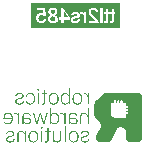
<source format=gbo>
G04*
G04 #@! TF.GenerationSoftware,Altium Limited,Altium Designer,24.4.1 (13)*
G04*
G04 Layer_Color=32896*
%FSLAX25Y25*%
%MOIN*%
G70*
G04*
G04 #@! TF.SameCoordinates,E6202B21-D7BA-4EC8-B1B0-AB42A6229C69*
G04*
G04*
G04 #@! TF.FilePolarity,Positive*
G04*
G01*
G75*
G36*
X53261Y25559D02*
X53361D01*
Y25526D01*
X53394D01*
Y25493D01*
X53427D01*
Y25426D01*
X53460D01*
Y25193D01*
X53427D01*
Y25127D01*
X53394D01*
Y25094D01*
X53361D01*
Y25060D01*
X53294D01*
Y25027D01*
X53095D01*
Y25060D01*
X52995D01*
Y25094D01*
X52962D01*
Y25127D01*
X52928D01*
Y25193D01*
X52895D01*
Y25426D01*
X52928D01*
Y25493D01*
X52962D01*
Y25526D01*
X52995D01*
Y25559D01*
X53095D01*
Y25592D01*
X53261D01*
Y25559D01*
D02*
G37*
G36*
X63668Y20472D02*
X63269D01*
Y20937D01*
X63236D01*
Y20904D01*
X63203D01*
Y20871D01*
X63169D01*
Y20838D01*
X63136D01*
Y20771D01*
X63103D01*
Y20738D01*
X63036D01*
Y20705D01*
X63003D01*
Y20671D01*
X62970D01*
Y20638D01*
X62937D01*
Y20605D01*
X62870D01*
Y20572D01*
X62804D01*
Y20538D01*
X62737D01*
Y20505D01*
X62671D01*
Y20472D01*
X62571D01*
Y20439D01*
X62438D01*
Y20405D01*
X62205D01*
Y20372D01*
X61972D01*
Y20405D01*
X61740D01*
Y20439D01*
X61640D01*
Y20472D01*
X61540D01*
Y20505D01*
X61474D01*
Y20538D01*
X61407D01*
Y20572D01*
X61341D01*
Y20605D01*
X61307D01*
Y20638D01*
X61274D01*
Y20671D01*
X61208D01*
Y20705D01*
X61174D01*
Y20738D01*
X61141D01*
Y20771D01*
X61108D01*
Y20838D01*
X61075D01*
Y20871D01*
X61041D01*
Y20904D01*
X61008D01*
Y20937D01*
X60975D01*
Y21004D01*
X60942D01*
Y21070D01*
X60908D01*
Y21104D01*
X60875D01*
Y21170D01*
X60842D01*
Y21237D01*
X60809D01*
Y21336D01*
X60775D01*
Y21370D01*
Y21403D01*
Y21436D01*
X60742D01*
Y21536D01*
X60709D01*
Y21702D01*
X60676D01*
Y21935D01*
X60642D01*
Y22733D01*
X60676D01*
Y22966D01*
X60709D01*
Y23132D01*
X60742D01*
Y23232D01*
X60775D01*
Y23331D01*
X60809D01*
Y23431D01*
X60842D01*
Y23498D01*
X60875D01*
Y23564D01*
X60908D01*
Y23631D01*
X60942D01*
Y23697D01*
X60975D01*
Y23730D01*
X61008D01*
Y23764D01*
X61041D01*
Y23830D01*
X61075D01*
Y23863D01*
X61108D01*
Y23897D01*
X61141D01*
Y23930D01*
X61174D01*
Y23963D01*
X61208D01*
Y23996D01*
X61241D01*
Y24030D01*
X61274D01*
Y24063D01*
X61341D01*
Y24096D01*
X61374D01*
Y24129D01*
X61440D01*
Y24163D01*
X61507D01*
Y24196D01*
X61607D01*
Y24229D01*
X61706D01*
Y24262D01*
X61873D01*
Y24296D01*
X62305D01*
Y24262D01*
X62471D01*
Y24229D01*
X62604D01*
Y24196D01*
X62671D01*
Y24163D01*
X62737D01*
Y24129D01*
X62804D01*
Y24096D01*
X62870D01*
Y24063D01*
X62903D01*
Y24030D01*
X62970D01*
Y23996D01*
X63003D01*
Y23963D01*
X63036D01*
Y23930D01*
X63070D01*
Y23897D01*
X63103D01*
Y23863D01*
X63136D01*
Y23830D01*
X63169D01*
Y23797D01*
X63203D01*
Y23730D01*
X63269D01*
Y25792D01*
X63668D01*
Y20472D01*
D02*
G37*
G36*
X55489Y24262D02*
X55522D01*
Y24229D01*
X56187D01*
Y23897D01*
X55522D01*
Y23830D01*
X55489D01*
Y21004D01*
X55455D01*
Y20871D01*
X55422D01*
Y20804D01*
X55389D01*
Y20738D01*
X55356D01*
Y20671D01*
X55322D01*
Y20638D01*
X55289D01*
Y20605D01*
X55256D01*
Y20572D01*
X55223D01*
Y20538D01*
X55189D01*
Y20505D01*
X55123D01*
Y20472D01*
X55090D01*
Y20439D01*
X54990D01*
Y20405D01*
X54790D01*
Y20372D01*
X54558D01*
Y20405D01*
X54325D01*
Y20439D01*
X54225D01*
Y20538D01*
X54258D01*
Y20771D01*
X54491D01*
Y20738D01*
X54691D01*
Y20771D01*
X54824D01*
Y20804D01*
X54890D01*
Y20838D01*
X54923D01*
Y20871D01*
X54957D01*
Y20904D01*
X54990D01*
Y20971D01*
X55023D01*
Y21037D01*
X55056D01*
Y21203D01*
X55090D01*
Y23863D01*
X55056D01*
Y23897D01*
X54292D01*
Y24196D01*
X54325D01*
Y24229D01*
X55090D01*
Y25193D01*
X55489D01*
Y24262D01*
D02*
G37*
G36*
X50667D02*
X50867D01*
Y24229D01*
X50967D01*
Y24196D01*
X51066D01*
Y24163D01*
X51133D01*
Y24129D01*
X51199D01*
Y24096D01*
X51266D01*
Y24063D01*
X51332D01*
Y24030D01*
X51366D01*
Y23996D01*
X51432D01*
Y23963D01*
X51465D01*
Y23930D01*
X51499D01*
Y23897D01*
X51532D01*
Y23863D01*
X51565D01*
Y23830D01*
X51598D01*
Y23797D01*
X51632D01*
Y23764D01*
X51665D01*
Y23697D01*
X51698D01*
Y23664D01*
X51731D01*
Y23631D01*
X51765D01*
Y23564D01*
X51798D01*
Y23498D01*
X51831D01*
Y23431D01*
X51864D01*
Y23365D01*
X51898D01*
Y23298D01*
X51931D01*
Y23198D01*
X51964D01*
Y23065D01*
X51997D01*
Y22932D01*
X52031D01*
Y22700D01*
X52064D01*
Y21968D01*
X52031D01*
Y21735D01*
X51997D01*
Y21602D01*
X51964D01*
Y21469D01*
X51931D01*
Y21403D01*
X51898D01*
Y21303D01*
X51864D01*
Y21237D01*
X51831D01*
Y21170D01*
X51798D01*
Y21104D01*
X51765D01*
Y21070D01*
X51731D01*
Y21004D01*
X51698D01*
Y20971D01*
X51665D01*
Y20937D01*
X51632D01*
Y20871D01*
X51598D01*
Y20838D01*
X51565D01*
Y20804D01*
X51532D01*
Y20771D01*
X51499D01*
Y20738D01*
X51465D01*
Y20705D01*
X51399D01*
Y20671D01*
X51366D01*
Y20638D01*
X51332D01*
Y20605D01*
X51266D01*
Y20572D01*
X51199D01*
Y20538D01*
X51133D01*
Y20505D01*
X51066D01*
Y20472D01*
X50967D01*
Y20439D01*
X50834D01*
Y20405D01*
X50568D01*
Y20372D01*
X50335D01*
Y20405D01*
X50102D01*
Y20439D01*
X49969D01*
Y20472D01*
X49869D01*
Y20505D01*
X49803D01*
Y20538D01*
X49736D01*
Y20572D01*
X49670D01*
Y20605D01*
X49603D01*
Y20638D01*
X49570D01*
Y20671D01*
X49504D01*
Y20705D01*
X49470D01*
Y20738D01*
X49437D01*
Y20771D01*
X49404D01*
Y20804D01*
X49371D01*
Y20838D01*
X49337D01*
Y20871D01*
X49304D01*
Y20904D01*
X49271D01*
Y20937D01*
X49238D01*
Y20971D01*
X49204D01*
Y21037D01*
X49171D01*
Y21104D01*
X49138D01*
Y21137D01*
X49105D01*
Y21237D01*
X49071D01*
Y21303D01*
X49038D01*
Y21436D01*
X49005D01*
Y21602D01*
X49038D01*
Y21636D01*
X49371D01*
Y21602D01*
X49404D01*
Y21503D01*
X49437D01*
Y21370D01*
X49470D01*
Y21270D01*
X49504D01*
Y21237D01*
X49537D01*
Y21170D01*
X49570D01*
Y21137D01*
X49603D01*
Y21070D01*
X49637D01*
Y21037D01*
X49670D01*
Y21004D01*
X49703D01*
Y20971D01*
X49770D01*
Y20937D01*
X49803D01*
Y20904D01*
X49869D01*
Y20871D01*
X49936D01*
Y20838D01*
X50002D01*
Y20804D01*
X50102D01*
Y20771D01*
X50235D01*
Y20738D01*
X50667D01*
Y20771D01*
X50800D01*
Y20804D01*
X50900D01*
Y20838D01*
X51000D01*
Y20871D01*
X51033D01*
Y20904D01*
X51100D01*
Y20937D01*
X51133D01*
Y20971D01*
X51199D01*
Y21004D01*
X51233D01*
Y21037D01*
X51266D01*
Y21070D01*
X51299D01*
Y21137D01*
X51332D01*
Y21170D01*
X51366D01*
Y21203D01*
X51399D01*
Y21270D01*
X51432D01*
Y21336D01*
X51465D01*
Y21403D01*
X51499D01*
Y21469D01*
X51532D01*
Y21569D01*
X51565D01*
Y21702D01*
X51598D01*
Y21868D01*
X51632D01*
Y22799D01*
X51598D01*
Y22966D01*
X51565D01*
Y23099D01*
X51532D01*
Y23198D01*
X51499D01*
Y23265D01*
X51465D01*
Y23331D01*
X51432D01*
Y23398D01*
X51399D01*
Y23464D01*
X51366D01*
Y23498D01*
X51332D01*
Y23531D01*
X51299D01*
Y23597D01*
X51266D01*
Y23631D01*
X51233D01*
Y23664D01*
X51199D01*
Y23697D01*
X51133D01*
Y23730D01*
X51100D01*
Y23764D01*
X51066D01*
Y23797D01*
X51000D01*
Y23830D01*
X50933D01*
Y23863D01*
X50834D01*
Y23897D01*
X50701D01*
Y23930D01*
X50235D01*
Y23897D01*
X50102D01*
Y23863D01*
X50002D01*
Y23830D01*
X49936D01*
Y23797D01*
X49869D01*
Y23764D01*
X49836D01*
Y23730D01*
X49770D01*
Y23697D01*
X49736D01*
Y23664D01*
X49703D01*
Y23631D01*
X49670D01*
Y23597D01*
X49637D01*
Y23564D01*
X49603D01*
Y23498D01*
X49570D01*
Y23464D01*
X49537D01*
Y23398D01*
X49504D01*
Y23331D01*
X49470D01*
Y23232D01*
X49437D01*
Y23065D01*
X49404D01*
Y22966D01*
X49005D01*
Y23132D01*
X49038D01*
Y23298D01*
X49071D01*
Y23398D01*
X49105D01*
Y23498D01*
X49138D01*
Y23564D01*
X49171D01*
Y23631D01*
X49204D01*
Y23664D01*
X49238D01*
Y23730D01*
X49271D01*
Y23764D01*
X49304D01*
Y23797D01*
X49337D01*
Y23830D01*
X49371D01*
Y23863D01*
X49404D01*
Y23897D01*
X49437D01*
Y23930D01*
X49470D01*
Y23963D01*
X49504D01*
Y23996D01*
X49537D01*
Y24030D01*
X49603D01*
Y24063D01*
X49637D01*
Y24096D01*
X49703D01*
Y24129D01*
X49770D01*
Y24163D01*
X49836D01*
Y24196D01*
X49936D01*
Y24229D01*
X50036D01*
Y24262D01*
X50235D01*
Y24296D01*
X50667D01*
Y24262D01*
D02*
G37*
G36*
X68722D02*
X68855D01*
Y24229D01*
X68955D01*
Y24196D01*
X69055D01*
Y24163D01*
X69121D01*
Y24129D01*
X69154D01*
Y24096D01*
X69221D01*
Y24063D01*
X69254D01*
Y24030D01*
X69287D01*
Y23996D01*
X69321D01*
Y23963D01*
X69354D01*
Y23930D01*
X69387D01*
Y23897D01*
X69420D01*
Y23863D01*
X69454D01*
Y23797D01*
X69487D01*
Y23764D01*
X69520D01*
Y23697D01*
X69587D01*
Y24229D01*
X69986D01*
Y20472D01*
X69587D01*
Y23032D01*
X69553D01*
Y23165D01*
X69520D01*
Y23232D01*
X69487D01*
Y23298D01*
X69454D01*
Y23365D01*
X69420D01*
Y23431D01*
X69387D01*
Y23464D01*
X69354D01*
Y23531D01*
X69321D01*
Y23564D01*
X69287D01*
Y23597D01*
X69254D01*
Y23631D01*
X69221D01*
Y23664D01*
X69188D01*
Y23697D01*
X69121D01*
Y23730D01*
X69088D01*
Y23764D01*
X69021D01*
Y23797D01*
X68955D01*
Y23830D01*
X68855D01*
Y23863D01*
X68689D01*
Y23897D01*
X68356D01*
Y23863D01*
X68257D01*
Y24096D01*
X68223D01*
Y24229D01*
X68257D01*
Y24262D01*
X68356D01*
Y24296D01*
X68722D01*
Y24262D01*
D02*
G37*
G36*
X53394Y20472D02*
X52962D01*
Y24196D01*
X52995D01*
Y24229D01*
X53394D01*
Y20472D01*
D02*
G37*
G36*
X66428Y24262D02*
X66627D01*
Y24229D01*
X66727D01*
Y24196D01*
X66827D01*
Y24163D01*
X66893D01*
Y24129D01*
X66960D01*
Y24096D01*
X67026D01*
Y24063D01*
X67093D01*
Y24030D01*
X67126D01*
Y23996D01*
X67193D01*
Y23963D01*
X67226D01*
Y23930D01*
X67259D01*
Y23897D01*
X67292D01*
Y23863D01*
X67326D01*
Y23830D01*
X67359D01*
Y23797D01*
X67392D01*
Y23764D01*
X67425D01*
Y23730D01*
X67459D01*
Y23697D01*
X67492D01*
Y23664D01*
X67525D01*
Y23597D01*
X67558D01*
Y23564D01*
X67592D01*
Y23498D01*
X67625D01*
Y23431D01*
X67658D01*
Y23398D01*
X67691D01*
Y23298D01*
X67725D01*
Y23232D01*
X67758D01*
Y23132D01*
X67791D01*
Y23032D01*
X67824D01*
Y22899D01*
X67858D01*
Y22666D01*
X67891D01*
Y22001D01*
X67858D01*
Y21769D01*
X67824D01*
Y21636D01*
X67791D01*
Y21536D01*
X67758D01*
Y21436D01*
X67725D01*
Y21370D01*
X67691D01*
Y21270D01*
X67658D01*
Y21237D01*
X67625D01*
Y21170D01*
X67592D01*
Y21104D01*
X67558D01*
Y21070D01*
X67525D01*
Y21004D01*
X67492D01*
Y20971D01*
X67459D01*
Y20937D01*
X67425D01*
Y20904D01*
X67392D01*
Y20871D01*
X67359D01*
Y20838D01*
X67326D01*
Y20804D01*
X67292D01*
Y20771D01*
X67259D01*
Y20738D01*
X67226D01*
Y20705D01*
X67193D01*
Y20671D01*
X67126D01*
Y20638D01*
X67093D01*
Y20605D01*
X67026D01*
Y20572D01*
X66960D01*
Y20538D01*
X66893D01*
Y20505D01*
X66827D01*
Y20472D01*
X66727D01*
Y20439D01*
X66594D01*
Y20405D01*
X66328D01*
Y20372D01*
X66095D01*
Y20405D01*
X65829D01*
Y20439D01*
X65696D01*
Y20472D01*
X65597D01*
Y20505D01*
X65530D01*
Y20538D01*
X65464D01*
Y20572D01*
X65397D01*
Y20605D01*
X65331D01*
Y20638D01*
X65264D01*
Y20671D01*
X65231D01*
Y20705D01*
X65198D01*
Y20738D01*
X65131D01*
Y20771D01*
X65098D01*
Y20804D01*
X65065D01*
Y20838D01*
X65031D01*
Y20871D01*
X64998D01*
Y20904D01*
X64965D01*
Y20971D01*
X64932D01*
Y21004D01*
X64898D01*
Y21037D01*
X64865D01*
Y21104D01*
X64832D01*
Y21137D01*
X64799D01*
Y21203D01*
X64765D01*
Y21270D01*
X64732D01*
Y21336D01*
X64699D01*
Y21436D01*
X64666D01*
Y21503D01*
X64632D01*
Y21602D01*
X64599D01*
Y21735D01*
X64566D01*
Y21935D01*
X64533D01*
Y22733D01*
X64566D01*
Y22799D01*
Y22833D01*
Y22932D01*
X64599D01*
Y23065D01*
X64632D01*
Y23165D01*
X64666D01*
Y23265D01*
X64699D01*
Y23331D01*
X64732D01*
Y23398D01*
X64765D01*
Y23464D01*
X64799D01*
Y23531D01*
X64832D01*
Y23564D01*
X64865D01*
Y23631D01*
X64898D01*
Y23664D01*
X64932D01*
Y23697D01*
X64965D01*
Y23764D01*
X64998D01*
Y23797D01*
X65031D01*
Y23830D01*
X65065D01*
Y23863D01*
X65098D01*
Y23897D01*
X65131D01*
Y23930D01*
X65198D01*
Y23963D01*
X65231D01*
Y23996D01*
X65264D01*
Y24030D01*
X65331D01*
Y24063D01*
X65364D01*
Y24096D01*
X65430D01*
Y24129D01*
X65497D01*
Y24163D01*
X65563D01*
Y24196D01*
X65663D01*
Y24229D01*
X65796D01*
Y24262D01*
X65996D01*
Y24296D01*
X66428D01*
Y24262D01*
D02*
G37*
G36*
X58481D02*
X58681D01*
Y24229D01*
X58780D01*
Y24196D01*
X58880D01*
Y24163D01*
X58980D01*
Y24129D01*
X59046D01*
Y24096D01*
X59113D01*
Y24063D01*
X59146D01*
Y24030D01*
X59213D01*
Y23996D01*
X59246D01*
Y23963D01*
X59279D01*
Y23930D01*
X59346D01*
Y23897D01*
X59379D01*
Y23863D01*
X59412D01*
Y23830D01*
X59445D01*
Y23797D01*
X59479D01*
Y23764D01*
X59512D01*
Y23697D01*
X59545D01*
Y23664D01*
X59578D01*
Y23631D01*
X59612D01*
Y23564D01*
X59645D01*
Y23531D01*
X59678D01*
Y23464D01*
X59711D01*
Y23398D01*
X59745D01*
Y23331D01*
X59778D01*
Y23265D01*
X59811D01*
Y23165D01*
X59844D01*
Y23065D01*
X59878D01*
Y22932D01*
X59911D01*
Y22733D01*
X59944D01*
Y22700D01*
Y22666D01*
Y21935D01*
X59911D01*
Y21735D01*
X59878D01*
Y21602D01*
X59844D01*
Y21503D01*
X59811D01*
Y21403D01*
X59778D01*
Y21336D01*
X59745D01*
Y21270D01*
X59711D01*
Y21203D01*
X59678D01*
Y21137D01*
X59645D01*
Y21104D01*
X59612D01*
Y21037D01*
X59578D01*
Y21004D01*
X59545D01*
Y20971D01*
X59512D01*
Y20937D01*
X59479D01*
Y20871D01*
X59445D01*
Y20838D01*
X59412D01*
Y20804D01*
X59379D01*
Y20771D01*
X59312D01*
Y20738D01*
X59279D01*
Y20705D01*
X59246D01*
Y20671D01*
X59179D01*
Y20638D01*
X59146D01*
Y20605D01*
X59080D01*
Y20572D01*
X59013D01*
Y20538D01*
X58947D01*
Y20505D01*
X58880D01*
Y20472D01*
X58780D01*
Y20439D01*
X58647D01*
Y20405D01*
X58381D01*
Y20372D01*
X58149D01*
Y20405D01*
X57883D01*
Y20439D01*
X57750D01*
Y20472D01*
X57650D01*
Y20505D01*
X57583D01*
Y20538D01*
X57517D01*
Y20572D01*
X57450D01*
Y20605D01*
X57384D01*
Y20638D01*
X57351D01*
Y20671D01*
X57284D01*
Y20705D01*
X57251D01*
Y20738D01*
X57218D01*
Y20771D01*
X57184D01*
Y20804D01*
X57118D01*
Y20838D01*
X57085D01*
Y20904D01*
X57051D01*
Y20937D01*
X57018D01*
Y20971D01*
X56985D01*
Y21004D01*
X56952D01*
Y21070D01*
X56918D01*
Y21104D01*
X56885D01*
Y21170D01*
X56852D01*
Y21237D01*
X56819D01*
Y21303D01*
X56785D01*
Y21370D01*
X56752D01*
Y21436D01*
X56719D01*
Y21536D01*
X56686D01*
Y21636D01*
X56652D01*
Y21802D01*
X56619D01*
Y22001D01*
X56586D01*
Y22633D01*
X56619D01*
Y22866D01*
X56652D01*
Y23032D01*
X56686D01*
Y23132D01*
X56719D01*
Y23232D01*
X56752D01*
Y23331D01*
X56785D01*
Y23398D01*
X56819D01*
Y23464D01*
X56852D01*
Y23498D01*
X56885D01*
Y23564D01*
X56918D01*
Y23597D01*
X56952D01*
Y23664D01*
X56985D01*
Y23697D01*
X57018D01*
Y23730D01*
X57051D01*
Y23764D01*
X57085D01*
Y23830D01*
X57118D01*
Y23863D01*
X57151D01*
Y23897D01*
X57218D01*
Y23930D01*
X57251D01*
Y23963D01*
X57284D01*
Y23996D01*
X57317D01*
Y24030D01*
X57384D01*
Y24063D01*
X57450D01*
Y24096D01*
X57484D01*
Y24129D01*
X57550D01*
Y24163D01*
X57650D01*
Y24196D01*
X57750D01*
Y24229D01*
X57849D01*
Y24262D01*
X58049D01*
Y24296D01*
X58481D01*
Y24262D01*
D02*
G37*
G36*
X47143D02*
X47342D01*
Y24229D01*
X47442D01*
Y24196D01*
X47542D01*
Y24163D01*
X47642D01*
Y24129D01*
X47708D01*
Y24096D01*
X47741D01*
Y24063D01*
X47808D01*
Y24030D01*
X47841D01*
Y23996D01*
X47908D01*
Y23963D01*
X47941D01*
Y23930D01*
X47974D01*
Y23897D01*
X48007D01*
Y23863D01*
X48041D01*
Y23797D01*
X48074D01*
Y23764D01*
X48107D01*
Y23697D01*
X48140D01*
Y23664D01*
X48174D01*
Y23564D01*
X48207D01*
Y23431D01*
X48240D01*
Y23065D01*
X48207D01*
Y22966D01*
X48174D01*
Y22866D01*
X48140D01*
Y22799D01*
X48107D01*
Y22766D01*
X48074D01*
Y22733D01*
X48041D01*
Y22666D01*
X48007D01*
Y22633D01*
X47941D01*
Y22600D01*
X47908D01*
Y22567D01*
X47874D01*
Y22533D01*
X47808D01*
Y22500D01*
X47775D01*
Y22467D01*
X47708D01*
Y22434D01*
X47642D01*
Y22400D01*
X47542D01*
Y22367D01*
X47475D01*
Y22334D01*
X47376D01*
Y22301D01*
X47243D01*
Y22267D01*
X47110D01*
Y22234D01*
X46977D01*
Y22201D01*
X46844D01*
Y22168D01*
X46711D01*
Y22134D01*
X46578D01*
Y22101D01*
X46511D01*
Y22068D01*
X46411D01*
Y22035D01*
X46345D01*
Y22001D01*
X46278D01*
Y21968D01*
X46212D01*
Y21935D01*
X46179D01*
Y21902D01*
X46145D01*
Y21868D01*
X46112D01*
Y21835D01*
X46079D01*
Y21802D01*
X46046D01*
Y21769D01*
X46012D01*
Y21735D01*
X45979D01*
Y21636D01*
X45946D01*
Y21536D01*
X45913D01*
Y21303D01*
X45946D01*
Y21203D01*
X45979D01*
Y21137D01*
X46012D01*
Y21070D01*
X46046D01*
Y21037D01*
X46079D01*
Y21004D01*
X46112D01*
Y20971D01*
X46145D01*
Y20937D01*
X46212D01*
Y20904D01*
X46245D01*
Y20871D01*
X46312D01*
Y20838D01*
X46378D01*
Y20804D01*
X46478D01*
Y20771D01*
X46644D01*
Y20738D01*
X47143D01*
Y20771D01*
X47309D01*
Y20804D01*
X47409D01*
Y20838D01*
X47475D01*
Y20871D01*
X47542D01*
Y20904D01*
X47608D01*
Y20937D01*
X47642D01*
Y20971D01*
X47708D01*
Y21004D01*
X47741D01*
Y21037D01*
X47775D01*
Y21104D01*
X47808D01*
Y21137D01*
X47841D01*
Y21203D01*
X47874D01*
Y21270D01*
X47908D01*
Y21370D01*
X47941D01*
Y21503D01*
X48373D01*
Y21370D01*
X48340D01*
Y21203D01*
X48307D01*
Y21137D01*
X48273D01*
Y21037D01*
X48240D01*
Y21004D01*
X48207D01*
Y20937D01*
X48174D01*
Y20904D01*
X48140D01*
Y20871D01*
X48107D01*
Y20838D01*
X48074D01*
Y20804D01*
X48041D01*
Y20771D01*
X48007D01*
Y20738D01*
X47974D01*
Y20705D01*
X47941D01*
Y20671D01*
X47874D01*
Y20638D01*
X47841D01*
Y20605D01*
X47775D01*
Y20572D01*
X47708D01*
Y20538D01*
X47642D01*
Y20505D01*
X47575D01*
Y20472D01*
X47442D01*
Y20439D01*
X47309D01*
Y20405D01*
X47010D01*
Y20372D01*
X46744D01*
Y20405D01*
X46478D01*
Y20439D01*
X46312D01*
Y20472D01*
X46212D01*
Y20505D01*
X46145D01*
Y20538D01*
X46079D01*
Y20572D01*
X46012D01*
Y20605D01*
X45946D01*
Y20638D01*
X45913D01*
Y20671D01*
X45846D01*
Y20705D01*
X45813D01*
Y20738D01*
X45780D01*
Y20771D01*
X45746D01*
Y20804D01*
X45713D01*
Y20838D01*
X45680D01*
Y20871D01*
X45647D01*
Y20937D01*
X45613D01*
Y21004D01*
X45580D01*
Y21070D01*
X45547D01*
Y21170D01*
X45514D01*
Y21702D01*
X45547D01*
Y21802D01*
X45580D01*
Y21868D01*
X45613D01*
Y21935D01*
X45647D01*
Y21968D01*
X45680D01*
Y22035D01*
X45713D01*
Y22068D01*
X45746D01*
Y22101D01*
X45780D01*
Y22134D01*
X45846D01*
Y22168D01*
X45879D01*
Y22201D01*
X45913D01*
Y22234D01*
X45979D01*
Y22267D01*
X46046D01*
Y22301D01*
X46112D01*
Y22334D01*
X46179D01*
Y22367D01*
X46245D01*
Y22400D01*
X46345D01*
Y22434D01*
X46445D01*
Y22467D01*
X46578D01*
Y22500D01*
X46677D01*
Y22533D01*
X46810D01*
Y22567D01*
X46943D01*
Y22600D01*
X47076D01*
Y22633D01*
X47176D01*
Y22666D01*
X47276D01*
Y22700D01*
X47376D01*
Y22733D01*
X47442D01*
Y22766D01*
X47509D01*
Y22799D01*
X47575D01*
Y22833D01*
X47608D01*
Y22866D01*
X47675D01*
Y22932D01*
X47708D01*
Y22966D01*
X47741D01*
Y22999D01*
X47775D01*
Y23099D01*
X47808D01*
Y23464D01*
X47775D01*
Y23531D01*
X47741D01*
Y23597D01*
X47708D01*
Y23631D01*
X47675D01*
Y23664D01*
X47642D01*
Y23697D01*
X47608D01*
Y23730D01*
X47575D01*
Y23764D01*
X47542D01*
Y23797D01*
X47475D01*
Y23830D01*
X47409D01*
Y23863D01*
X47309D01*
Y23897D01*
X47176D01*
Y23930D01*
X46677D01*
Y23897D01*
X46511D01*
Y23863D01*
X46445D01*
Y23830D01*
X46378D01*
Y23797D01*
X46312D01*
Y23764D01*
X46245D01*
Y23730D01*
X46212D01*
Y23697D01*
X46179D01*
Y23664D01*
X46145D01*
Y23631D01*
X46112D01*
Y23597D01*
X46079D01*
Y23564D01*
X46046D01*
Y23498D01*
X46012D01*
Y23431D01*
X45979D01*
Y23365D01*
X45946D01*
Y23165D01*
X45514D01*
Y23331D01*
X45547D01*
Y23498D01*
X45580D01*
Y23597D01*
X45613D01*
Y23664D01*
X45647D01*
Y23730D01*
X45680D01*
Y23764D01*
X45713D01*
Y23797D01*
X45746D01*
Y23863D01*
X45780D01*
Y23897D01*
X45813D01*
Y23930D01*
X45846D01*
Y23963D01*
X45913D01*
Y23996D01*
X45946D01*
Y24030D01*
X45979D01*
Y24063D01*
X46046D01*
Y24096D01*
X46112D01*
Y24129D01*
X46179D01*
Y24163D01*
X46245D01*
Y24196D01*
X46345D01*
Y24229D01*
X46445D01*
Y24262D01*
X46677D01*
Y24296D01*
X47143D01*
Y24262D01*
D02*
G37*
G36*
X69986Y13822D02*
X69587D01*
Y16382D01*
X69553D01*
Y16482D01*
X69520D01*
Y16582D01*
X69487D01*
Y16648D01*
X69454D01*
Y16681D01*
X69420D01*
Y16748D01*
X69387D01*
Y16814D01*
X69354D01*
Y16848D01*
X69321D01*
Y16881D01*
X69287D01*
Y16914D01*
X69254D01*
Y16947D01*
X69221D01*
Y16981D01*
X69188D01*
Y17014D01*
X69154D01*
Y17047D01*
X69121D01*
Y17080D01*
X69088D01*
Y17114D01*
X69021D01*
Y17147D01*
X68988D01*
Y17180D01*
X68922D01*
Y17213D01*
X68822D01*
Y17247D01*
X68722D01*
Y17280D01*
X68489D01*
Y17313D01*
X68390D01*
Y17280D01*
X68157D01*
Y17247D01*
X68024D01*
Y17213D01*
X67957D01*
Y17180D01*
X67924D01*
Y17147D01*
X67858D01*
Y17114D01*
X67824D01*
Y17080D01*
X67791D01*
Y17047D01*
X67758D01*
Y17014D01*
X67725D01*
Y16947D01*
X67691D01*
Y16881D01*
X67658D01*
Y16814D01*
X67625D01*
Y16681D01*
X67592D01*
Y16515D01*
X67558D01*
Y13822D01*
X67159D01*
Y15218D01*
Y15252D01*
Y16681D01*
X67193D01*
Y16848D01*
X67226D01*
Y16947D01*
X67259D01*
Y17047D01*
X67292D01*
Y17114D01*
X67326D01*
Y17180D01*
X67359D01*
Y17213D01*
X67392D01*
Y17280D01*
X67425D01*
Y17313D01*
X67459D01*
Y17346D01*
X67492D01*
Y17380D01*
X67525D01*
Y17413D01*
X67558D01*
Y17446D01*
X67592D01*
Y17479D01*
X67658D01*
Y17513D01*
X67725D01*
Y17546D01*
X67791D01*
Y17579D01*
X67891D01*
Y17612D01*
X68024D01*
Y17646D01*
X68656D01*
Y17612D01*
X68789D01*
Y17579D01*
X68855D01*
Y17546D01*
X68955D01*
Y17513D01*
X69021D01*
Y17479D01*
X69088D01*
Y17446D01*
X69121D01*
Y17413D01*
X69188D01*
Y17380D01*
X69221D01*
Y17346D01*
X69254D01*
Y17313D01*
X69287D01*
Y17280D01*
X69321D01*
Y17247D01*
X69354D01*
Y17213D01*
X69387D01*
Y17180D01*
X69420D01*
Y17147D01*
X69454D01*
Y17114D01*
X69487D01*
Y17047D01*
X69520D01*
Y17014D01*
X69587D01*
Y19175D01*
X69986D01*
Y13822D01*
D02*
G37*
G36*
X65098Y17612D02*
X65231D01*
Y17579D01*
X65331D01*
Y17546D01*
X65430D01*
Y17513D01*
X65497D01*
Y17479D01*
X65563D01*
Y17446D01*
X65630D01*
Y17413D01*
X65663D01*
Y17380D01*
X65730D01*
Y17346D01*
X65763D01*
Y17313D01*
X65796D01*
Y17280D01*
X65863D01*
Y17247D01*
X65896D01*
Y17213D01*
X65929D01*
Y17147D01*
X65962D01*
Y17114D01*
X65996D01*
Y17080D01*
X66029D01*
Y17014D01*
X66062D01*
Y16981D01*
X66095D01*
Y16914D01*
X66129D01*
Y16814D01*
X66162D01*
Y16648D01*
X66195D01*
Y16582D01*
X66162D01*
Y16548D01*
X65763D01*
Y16681D01*
X65730D01*
Y16781D01*
X65696D01*
Y16848D01*
X65663D01*
Y16914D01*
X65630D01*
Y16947D01*
X65597D01*
Y16981D01*
X65563D01*
Y17014D01*
X65530D01*
Y17047D01*
X65497D01*
Y17080D01*
X65464D01*
Y17114D01*
X65397D01*
Y17147D01*
X65364D01*
Y17180D01*
X65297D01*
Y17213D01*
X65231D01*
Y17247D01*
X65131D01*
Y17280D01*
X64932D01*
Y17313D01*
X64566D01*
Y17280D01*
X64400D01*
Y17247D01*
X64300D01*
Y17213D01*
X64200D01*
Y17180D01*
X64167D01*
Y17147D01*
X64100D01*
Y17114D01*
X64067D01*
Y17080D01*
X64034D01*
Y17047D01*
X64001D01*
Y17014D01*
X63967D01*
Y16981D01*
X63934D01*
Y16947D01*
X63901D01*
Y16881D01*
X63868D01*
Y16814D01*
X63834D01*
Y16715D01*
X63801D01*
Y16083D01*
X63768D01*
Y16050D01*
X63801D01*
Y16016D01*
X64865D01*
Y15983D01*
X65098D01*
Y15950D01*
X65264D01*
Y15917D01*
X65397D01*
Y15883D01*
X65497D01*
Y15850D01*
X65563D01*
Y15817D01*
X65630D01*
Y15784D01*
X65696D01*
Y15750D01*
X65763D01*
Y15717D01*
X65796D01*
Y15684D01*
X65863D01*
Y15651D01*
X65896D01*
Y15617D01*
X65929D01*
Y15584D01*
X65962D01*
Y15551D01*
X65996D01*
Y15518D01*
X66029D01*
Y15484D01*
X66062D01*
Y15451D01*
X66095D01*
Y15385D01*
X66129D01*
Y15351D01*
X66162D01*
Y15285D01*
X66195D01*
Y15185D01*
X66228D01*
Y15085D01*
X66262D01*
Y14553D01*
X66228D01*
Y14454D01*
X66195D01*
Y14387D01*
X66162D01*
Y14321D01*
X66129D01*
Y14254D01*
X66095D01*
Y14221D01*
X66062D01*
Y14154D01*
X66029D01*
Y14121D01*
X65996D01*
Y14088D01*
X65962D01*
Y14055D01*
X65929D01*
Y14021D01*
X65863D01*
Y13988D01*
X65829D01*
Y13955D01*
X65796D01*
Y13922D01*
X65730D01*
Y13888D01*
X65663D01*
Y13855D01*
X65563D01*
Y13822D01*
X65464D01*
Y13789D01*
X65331D01*
Y13755D01*
X64799D01*
Y13789D01*
X64632D01*
Y13822D01*
X64533D01*
Y13855D01*
X64433D01*
Y13888D01*
X64333D01*
Y13922D01*
X64267D01*
Y13955D01*
X64200D01*
Y13988D01*
X64167D01*
Y14021D01*
X64100D01*
Y14055D01*
X64067D01*
Y14088D01*
X64001D01*
Y14121D01*
X63967D01*
Y14154D01*
X63934D01*
Y14188D01*
X63901D01*
Y14221D01*
X63868D01*
Y14254D01*
X63834D01*
Y14287D01*
X63801D01*
Y14321D01*
X63768D01*
Y14021D01*
X63735D01*
Y13888D01*
X63701D01*
Y13822D01*
X63269D01*
Y13955D01*
X63302D01*
Y14088D01*
X63336D01*
Y14321D01*
X63369D01*
Y16648D01*
X63402D01*
Y16814D01*
X63435D01*
Y16914D01*
X63469D01*
Y17014D01*
X63502D01*
Y17080D01*
X63535D01*
Y17114D01*
X63568D01*
Y17180D01*
X63602D01*
Y17213D01*
X63635D01*
Y17247D01*
X63668D01*
Y17280D01*
X63701D01*
Y17313D01*
X63735D01*
Y17346D01*
X63768D01*
Y17380D01*
X63801D01*
Y17413D01*
X63868D01*
Y17446D01*
X63901D01*
Y17479D01*
X63967D01*
Y17513D01*
X64034D01*
Y17546D01*
X64134D01*
Y17579D01*
X64233D01*
Y17612D01*
X64366D01*
Y17646D01*
X65098D01*
Y17612D01*
D02*
G37*
G36*
X49603D02*
X49770D01*
Y17579D01*
X49869D01*
Y17546D01*
X49936D01*
Y17513D01*
X50036D01*
Y17479D01*
X50102D01*
Y17446D01*
X50135D01*
Y17413D01*
X50202D01*
Y17380D01*
X50235D01*
Y17346D01*
X50302D01*
Y17313D01*
X50335D01*
Y17280D01*
X50368D01*
Y17247D01*
X50401D01*
Y17213D01*
X50435D01*
Y17180D01*
X50468D01*
Y17147D01*
X50501D01*
Y17114D01*
X50534D01*
Y17047D01*
X50568D01*
Y17014D01*
X50601D01*
Y16947D01*
X50634D01*
Y16848D01*
X50667D01*
Y16748D01*
X50701D01*
Y16548D01*
X50302D01*
Y16582D01*
X50268D01*
Y16748D01*
X50235D01*
Y16814D01*
X50202D01*
Y16881D01*
X50169D01*
Y16914D01*
X50135D01*
Y16981D01*
X50102D01*
Y17014D01*
X50069D01*
Y17047D01*
X50036D01*
Y17080D01*
X49969D01*
Y17114D01*
X49936D01*
Y17147D01*
X49869D01*
Y17180D01*
X49803D01*
Y17213D01*
X49736D01*
Y17247D01*
X49637D01*
Y17280D01*
X49470D01*
Y17313D01*
X49071D01*
Y17280D01*
X48905D01*
Y17247D01*
X48805D01*
Y17213D01*
X48739D01*
Y17180D01*
X48672D01*
Y17147D01*
X48606D01*
Y17114D01*
X48573D01*
Y17080D01*
X48539D01*
Y17047D01*
X48506D01*
Y17014D01*
X48473D01*
Y16947D01*
X48440D01*
Y16914D01*
X48406D01*
Y16848D01*
X48373D01*
Y16781D01*
X48340D01*
Y16648D01*
X48307D01*
Y16016D01*
X49371D01*
Y15983D01*
X49637D01*
Y15950D01*
X49803D01*
Y15917D01*
X49903D01*
Y15883D01*
X50002D01*
Y15850D01*
X50069D01*
Y15817D01*
X50169D01*
Y15784D01*
X50235D01*
Y15750D01*
X50268D01*
Y15717D01*
X50335D01*
Y15684D01*
X50368D01*
Y15651D01*
X50401D01*
Y15617D01*
X50468D01*
Y15584D01*
X50501D01*
Y15551D01*
X50534D01*
Y15518D01*
X50568D01*
Y15451D01*
X50601D01*
Y15418D01*
X50634D01*
Y15351D01*
X50667D01*
Y15318D01*
X50701D01*
Y15252D01*
X50734D01*
Y15152D01*
X50767D01*
Y14986D01*
X50800D01*
Y14653D01*
X50767D01*
Y14520D01*
X50734D01*
Y14420D01*
X50701D01*
Y14354D01*
X50667D01*
Y14287D01*
X50634D01*
Y14221D01*
X50601D01*
Y14188D01*
X50568D01*
Y14154D01*
X50534D01*
Y14121D01*
X50501D01*
Y14088D01*
X50468D01*
Y14055D01*
X50435D01*
Y14021D01*
X50401D01*
Y13988D01*
X50368D01*
Y13955D01*
X50302D01*
Y13922D01*
X50235D01*
Y13888D01*
X50169D01*
Y13855D01*
X50102D01*
Y13822D01*
X50002D01*
Y13789D01*
X49836D01*
Y13755D01*
X49304D01*
Y13789D01*
X49138D01*
Y13822D01*
X49038D01*
Y13855D01*
X48938D01*
Y13888D01*
X48872D01*
Y13922D01*
X48805D01*
Y13955D01*
X48739D01*
Y13988D01*
X48672D01*
Y14021D01*
X48639D01*
Y14055D01*
X48573D01*
Y14088D01*
X48539D01*
Y14121D01*
X48506D01*
Y14154D01*
X48473D01*
Y14188D01*
X48440D01*
Y14221D01*
X48406D01*
Y14254D01*
X48373D01*
Y14287D01*
X48340D01*
Y14321D01*
X48307D01*
Y14188D01*
X48273D01*
Y13955D01*
X48240D01*
Y13855D01*
X48207D01*
Y13822D01*
X47775D01*
Y13922D01*
X47808D01*
Y14021D01*
X47841D01*
Y14188D01*
X47874D01*
Y16515D01*
X47908D01*
Y16781D01*
X47941D01*
Y16881D01*
X47974D01*
Y16981D01*
X48007D01*
Y17047D01*
X48041D01*
Y17114D01*
X48074D01*
Y17147D01*
X48107D01*
Y17213D01*
X48140D01*
Y17247D01*
X48174D01*
Y17280D01*
X48207D01*
Y17313D01*
X48240D01*
Y17346D01*
X48273D01*
Y17380D01*
X48340D01*
Y17413D01*
X48373D01*
Y17446D01*
X48440D01*
Y17479D01*
X48473D01*
Y17513D01*
X48539D01*
Y17546D01*
X48639D01*
Y17579D01*
X48739D01*
Y17612D01*
X48872D01*
Y17646D01*
X49603D01*
Y17612D01*
D02*
G37*
G36*
X56287Y17513D02*
X56253D01*
Y17380D01*
X56220D01*
Y17280D01*
X56187D01*
Y17147D01*
X56154D01*
Y17047D01*
X56120D01*
Y16914D01*
X56087D01*
Y16814D01*
X56054D01*
Y16681D01*
X56021D01*
Y16582D01*
X55987D01*
Y16482D01*
X55954D01*
Y16349D01*
X55921D01*
Y16249D01*
X55888D01*
Y16116D01*
X55854D01*
Y16016D01*
X55821D01*
Y15883D01*
X55788D01*
Y15784D01*
X55755D01*
Y15651D01*
X55721D01*
Y15551D01*
X55688D01*
Y15418D01*
X55655D01*
Y15318D01*
X55622D01*
Y15218D01*
X55588D01*
Y15085D01*
X55555D01*
Y14986D01*
X55522D01*
Y14853D01*
X55489D01*
Y14753D01*
X55455D01*
Y14620D01*
X55422D01*
Y14520D01*
X55389D01*
Y14387D01*
X55356D01*
Y14287D01*
X55322D01*
Y14188D01*
X55289D01*
Y14055D01*
X55256D01*
Y13955D01*
X55223D01*
Y13855D01*
X55189D01*
Y13822D01*
X54857D01*
Y13855D01*
X54824D01*
Y13955D01*
X54790D01*
Y14055D01*
X54757D01*
Y14154D01*
X54724D01*
Y14254D01*
X54691D01*
Y14354D01*
X54657D01*
Y14454D01*
X54624D01*
Y14587D01*
X54591D01*
Y14686D01*
X54558D01*
Y14786D01*
X54524D01*
Y14886D01*
X54491D01*
Y14986D01*
X54458D01*
Y15019D01*
Y15052D01*
Y15085D01*
X54425D01*
Y15185D01*
X54391D01*
Y15318D01*
X54358D01*
Y15418D01*
X54325D01*
Y15518D01*
X54292D01*
Y15617D01*
X54258D01*
Y15717D01*
X54225D01*
Y15817D01*
X54192D01*
Y15917D01*
X54159D01*
Y16016D01*
X54125D01*
Y16149D01*
X54092D01*
Y16249D01*
X54059D01*
Y16349D01*
X54026D01*
Y16449D01*
X53992D01*
Y16548D01*
X53959D01*
Y16648D01*
X53926D01*
Y16748D01*
X53893D01*
Y16914D01*
X53859D01*
Y16947D01*
X53826D01*
Y16814D01*
X53793D01*
Y16715D01*
X53760D01*
Y16615D01*
X53726D01*
Y16515D01*
X53693D01*
Y16382D01*
X53660D01*
Y16282D01*
X53627D01*
Y16183D01*
X53593D01*
Y16083D01*
X53560D01*
Y15983D01*
X53527D01*
Y15883D01*
X53494D01*
Y15784D01*
X53460D01*
Y15684D01*
X53427D01*
Y15584D01*
X53394D01*
Y15484D01*
X53361D01*
Y15385D01*
X53327D01*
Y15285D01*
X53294D01*
Y15152D01*
X53261D01*
Y15052D01*
X53228D01*
Y14952D01*
X53194D01*
Y14853D01*
X53161D01*
Y14753D01*
X53128D01*
Y14653D01*
X53095D01*
Y14553D01*
X53061D01*
Y14454D01*
X53028D01*
Y14354D01*
X52995D01*
Y14254D01*
X52962D01*
Y14154D01*
X52928D01*
Y14055D01*
X52895D01*
Y13922D01*
X52862D01*
Y13855D01*
X52829D01*
Y13822D01*
X52496D01*
Y13855D01*
X52463D01*
Y13955D01*
X52430D01*
Y14055D01*
X52396D01*
Y14188D01*
X52363D01*
Y14287D01*
X52330D01*
Y14420D01*
X52297D01*
Y14520D01*
X52263D01*
Y14653D01*
X52230D01*
Y14753D01*
X52197D01*
Y14853D01*
X52164D01*
Y14986D01*
X52130D01*
Y15085D01*
X52097D01*
Y15218D01*
X52064D01*
Y15318D01*
X52031D01*
Y15418D01*
X51997D01*
Y15551D01*
X51964D01*
Y15651D01*
X51931D01*
Y15784D01*
X51898D01*
Y15883D01*
X51864D01*
Y16016D01*
X51831D01*
Y16116D01*
X51798D01*
Y16249D01*
X51765D01*
Y16349D01*
X51731D01*
Y16482D01*
X51698D01*
Y16582D01*
X51665D01*
Y16681D01*
X51632D01*
Y16814D01*
X51598D01*
Y16914D01*
X51565D01*
Y17047D01*
X51532D01*
Y17147D01*
X51499D01*
Y17280D01*
X51465D01*
Y17380D01*
X51432D01*
Y17479D01*
X51399D01*
Y17579D01*
X51831D01*
Y17513D01*
X51864D01*
Y17380D01*
X51898D01*
Y17247D01*
X51931D01*
Y17114D01*
X51964D01*
Y16981D01*
X51997D01*
Y16881D01*
X52031D01*
Y16748D01*
X52064D01*
Y16615D01*
X52097D01*
Y16515D01*
X52130D01*
Y16382D01*
X52164D01*
Y16249D01*
X52197D01*
Y16116D01*
X52230D01*
Y16016D01*
X52263D01*
Y15883D01*
X52297D01*
Y15750D01*
X52330D01*
Y15617D01*
X52363D01*
Y15518D01*
X52396D01*
Y15385D01*
X52430D01*
Y15252D01*
X52463D01*
Y15119D01*
X52496D01*
Y15019D01*
X52529D01*
Y14886D01*
X52563D01*
Y14753D01*
X52596D01*
Y14620D01*
X52629D01*
Y14454D01*
X52662D01*
Y14387D01*
X52696D01*
Y14487D01*
X52729D01*
Y14620D01*
X52762D01*
Y14753D01*
X52795D01*
Y14853D01*
X52829D01*
Y14986D01*
X52862D01*
Y15085D01*
X52895D01*
Y15185D01*
X52928D01*
Y15285D01*
X52962D01*
Y15385D01*
X52995D01*
Y15518D01*
X53028D01*
Y15617D01*
X53061D01*
Y15717D01*
X53095D01*
Y15817D01*
X53128D01*
Y15917D01*
X53161D01*
Y16050D01*
X53194D01*
Y16149D01*
X53228D01*
Y16249D01*
X53261D01*
Y16349D01*
X53294D01*
Y16449D01*
X53327D01*
Y16582D01*
X53361D01*
Y16681D01*
X53394D01*
Y16781D01*
X53427D01*
Y16881D01*
X53460D01*
Y16981D01*
X53494D01*
Y17114D01*
X53527D01*
Y17213D01*
X53560D01*
Y17313D01*
X53593D01*
Y17413D01*
X53627D01*
Y17513D01*
X53660D01*
Y17579D01*
X54026D01*
Y17513D01*
X54059D01*
Y17413D01*
X54092D01*
Y17313D01*
X54125D01*
Y17213D01*
X54159D01*
Y17114D01*
X54192D01*
Y16981D01*
X54225D01*
Y16881D01*
X54258D01*
Y16781D01*
X54292D01*
Y16681D01*
X54325D01*
Y16582D01*
X54358D01*
Y16449D01*
X54391D01*
Y16349D01*
X54425D01*
Y16249D01*
X54458D01*
Y16149D01*
X54491D01*
Y16050D01*
X54524D01*
Y15917D01*
X54558D01*
Y15817D01*
X54591D01*
Y15717D01*
X54624D01*
Y15617D01*
X54657D01*
Y15518D01*
X54691D01*
Y15385D01*
X54724D01*
Y15285D01*
X54757D01*
Y15185D01*
X54790D01*
Y15085D01*
X54824D01*
Y14986D01*
X54857D01*
Y14886D01*
X54890D01*
Y14753D01*
X54923D01*
Y14653D01*
X54957D01*
Y14520D01*
X54990D01*
Y14420D01*
X55023D01*
Y14520D01*
X55056D01*
Y14720D01*
X55090D01*
Y14819D01*
X55123D01*
Y14952D01*
X55156D01*
Y15085D01*
X55189D01*
Y15185D01*
X55223D01*
Y15318D01*
X55256D01*
Y15418D01*
X55289D01*
Y15551D01*
X55322D01*
Y15684D01*
X55356D01*
Y15784D01*
X55389D01*
Y15917D01*
X55422D01*
Y16050D01*
X55455D01*
Y16149D01*
X55489D01*
Y16282D01*
X55522D01*
Y16415D01*
X55555D01*
Y16515D01*
X55588D01*
Y16648D01*
X55622D01*
Y16781D01*
X55655D01*
Y16881D01*
X55688D01*
Y17014D01*
X55721D01*
Y17114D01*
X55755D01*
Y17247D01*
X55788D01*
Y17380D01*
X55821D01*
Y17479D01*
X55854D01*
Y17579D01*
X56287D01*
Y17513D01*
D02*
G37*
G36*
X43352Y17612D02*
X43485D01*
Y17579D01*
X43585D01*
Y17546D01*
X43652D01*
Y17513D01*
X43751D01*
Y17479D01*
X43785D01*
Y17446D01*
X43851D01*
Y17413D01*
X43918D01*
Y17380D01*
X43951D01*
Y17346D01*
X43984D01*
Y17313D01*
X44017D01*
Y17280D01*
X44084D01*
Y17247D01*
X44117D01*
Y17213D01*
X44150D01*
Y17180D01*
X44184D01*
Y17147D01*
X44217D01*
Y17080D01*
X44250D01*
Y17047D01*
X44283D01*
Y17014D01*
X44317D01*
Y16947D01*
X44350D01*
Y16914D01*
X44383D01*
Y16848D01*
X44416D01*
Y16781D01*
X44450D01*
Y16715D01*
X44483D01*
Y16648D01*
X44516D01*
Y16582D01*
X44549D01*
Y16482D01*
X44583D01*
Y16382D01*
X44616D01*
Y16216D01*
X44649D01*
Y15983D01*
X44682D01*
Y15351D01*
X44649D01*
Y15152D01*
X44616D01*
Y14986D01*
X44583D01*
Y14886D01*
X44549D01*
Y14819D01*
X44516D01*
Y14720D01*
X44483D01*
Y14653D01*
X44450D01*
Y14587D01*
X44416D01*
Y14553D01*
X44383D01*
Y14487D01*
X44350D01*
Y14420D01*
X44317D01*
Y14387D01*
X44283D01*
Y14354D01*
X44250D01*
Y14321D01*
X44217D01*
Y14254D01*
X44184D01*
Y14221D01*
X44150D01*
Y14188D01*
X44117D01*
Y14154D01*
X44051D01*
Y14121D01*
X44017D01*
Y14088D01*
X43984D01*
Y14055D01*
X43918D01*
Y14021D01*
X43884D01*
Y13988D01*
X43818D01*
Y13955D01*
X43751D01*
Y13922D01*
X43685D01*
Y13888D01*
X43618D01*
Y13855D01*
X43519D01*
Y13822D01*
X43419D01*
Y13789D01*
X43253D01*
Y13755D01*
X42687D01*
Y13789D01*
X42521D01*
Y13822D01*
X42421D01*
Y13855D01*
X42322D01*
Y13888D01*
X42255D01*
Y13922D01*
X42189D01*
Y13955D01*
X42122D01*
Y13988D01*
X42056D01*
Y14021D01*
X42022D01*
Y14055D01*
X41989D01*
Y14088D01*
X41923D01*
Y14121D01*
X41889D01*
Y14154D01*
X41856D01*
Y14188D01*
X41823D01*
Y14221D01*
X41790D01*
Y14254D01*
X41756D01*
Y14287D01*
X41723D01*
Y14354D01*
X41690D01*
Y14387D01*
X41657D01*
Y14420D01*
X41690D01*
Y14454D01*
X41723D01*
Y14487D01*
X41756D01*
Y14520D01*
X41790D01*
Y14553D01*
X41856D01*
Y14587D01*
X41889D01*
Y14620D01*
X41923D01*
Y14587D01*
X41956D01*
Y14553D01*
X41989D01*
Y14520D01*
X42022D01*
Y14487D01*
X42056D01*
Y14454D01*
X42089D01*
Y14420D01*
X42122D01*
Y14387D01*
X42155D01*
Y14354D01*
X42189D01*
Y14321D01*
X42255D01*
Y14287D01*
X42288D01*
Y14254D01*
X42355D01*
Y14221D01*
X42421D01*
Y14188D01*
X42521D01*
Y14154D01*
X42654D01*
Y14121D01*
X43253D01*
Y14154D01*
X43386D01*
Y14188D01*
X43452D01*
Y14221D01*
X43519D01*
Y14254D01*
X43585D01*
Y14287D01*
X43652D01*
Y14321D01*
X43685D01*
Y14354D01*
X43718D01*
Y14387D01*
X43751D01*
Y14420D01*
X43818D01*
Y14454D01*
X43851D01*
Y14520D01*
X43884D01*
Y14553D01*
X43918D01*
Y14587D01*
X43951D01*
Y14620D01*
X43984D01*
Y14686D01*
X44017D01*
Y14720D01*
X44051D01*
Y14786D01*
X44084D01*
Y14853D01*
X44117D01*
Y14919D01*
X44150D01*
Y15019D01*
X44184D01*
Y15119D01*
X44217D01*
Y15252D01*
X44250D01*
Y15684D01*
X41590D01*
Y15717D01*
X41557D01*
Y16016D01*
X41590D01*
Y16349D01*
X41623D01*
Y16515D01*
X41657D01*
Y16648D01*
X41690D01*
Y16748D01*
X41723D01*
Y16814D01*
X41756D01*
Y16881D01*
X41790D01*
Y16947D01*
X41823D01*
Y17014D01*
X41856D01*
Y17047D01*
X41889D01*
Y17114D01*
X41923D01*
Y17147D01*
X41956D01*
Y17180D01*
X41989D01*
Y17213D01*
X42022D01*
Y17280D01*
X42089D01*
Y17313D01*
X42122D01*
Y17346D01*
X42155D01*
Y17380D01*
X42189D01*
Y17413D01*
X42222D01*
Y17446D01*
X42288D01*
Y17479D01*
X42355D01*
Y17513D01*
X42421D01*
Y17546D01*
X42488D01*
Y17579D01*
X42588D01*
Y17612D01*
X42721D01*
Y17646D01*
X43352D01*
Y17612D01*
D02*
G37*
G36*
X61075D02*
X61208D01*
Y17579D01*
X61274D01*
Y17546D01*
X61341D01*
Y17513D01*
X61407D01*
Y17479D01*
X61474D01*
Y17446D01*
X61507D01*
Y17413D01*
X61540D01*
Y17380D01*
X61573D01*
Y17346D01*
X61607D01*
Y17313D01*
X61640D01*
Y17280D01*
X61673D01*
Y17247D01*
X61706D01*
Y17213D01*
X61740D01*
Y17147D01*
X61773D01*
Y17114D01*
X61806D01*
Y17047D01*
X61839D01*
Y17579D01*
X62272D01*
Y15351D01*
Y15318D01*
Y13822D01*
X61839D01*
Y16482D01*
X61806D01*
Y16582D01*
X61773D01*
Y16648D01*
X61740D01*
Y16715D01*
X61706D01*
Y16781D01*
X61673D01*
Y16814D01*
X61640D01*
Y16881D01*
X61607D01*
Y16914D01*
X61573D01*
Y16947D01*
X61540D01*
Y16981D01*
X61507D01*
Y17014D01*
X61474D01*
Y17047D01*
X61440D01*
Y17080D01*
X61374D01*
Y17114D01*
X61341D01*
Y17147D01*
X61274D01*
Y17180D01*
X61174D01*
Y17213D01*
X61075D01*
Y17247D01*
X60509D01*
Y17612D01*
X60543D01*
Y17646D01*
X61075D01*
Y17612D01*
D02*
G37*
G36*
X45613D02*
X45713D01*
Y17579D01*
X45813D01*
Y17546D01*
X45879D01*
Y17513D01*
X45913D01*
Y17479D01*
X45979D01*
Y17446D01*
X46012D01*
Y17413D01*
X46079D01*
Y17380D01*
X46112D01*
Y17346D01*
X46145D01*
Y17313D01*
X46179D01*
Y17247D01*
X46212D01*
Y17213D01*
X46245D01*
Y17180D01*
X46278D01*
Y17114D01*
X46312D01*
Y17080D01*
X46345D01*
Y17047D01*
X46378D01*
Y17579D01*
X46777D01*
Y13822D01*
X46378D01*
Y16415D01*
X46345D01*
Y16515D01*
X46312D01*
Y16615D01*
X46278D01*
Y16681D01*
X46245D01*
Y16748D01*
X46212D01*
Y16781D01*
X46179D01*
Y16848D01*
X46145D01*
Y16881D01*
X46112D01*
Y16914D01*
X46079D01*
Y16981D01*
X46012D01*
Y17014D01*
X45979D01*
Y17047D01*
X45946D01*
Y17080D01*
X45913D01*
Y17114D01*
X45846D01*
Y17147D01*
X45780D01*
Y17180D01*
X45713D01*
Y17213D01*
X45580D01*
Y17247D01*
X45048D01*
Y17413D01*
X45015D01*
Y17612D01*
X45048D01*
Y17646D01*
X45613D01*
Y17612D01*
D02*
G37*
G36*
X57484Y17080D02*
X57517D01*
Y17147D01*
X57550D01*
Y17180D01*
X57583D01*
Y17213D01*
X57617D01*
Y17247D01*
X57650D01*
Y17280D01*
X57683D01*
Y17313D01*
X57716D01*
Y17346D01*
X57750D01*
Y17380D01*
X57783D01*
Y17413D01*
X57849D01*
Y17446D01*
X57883D01*
Y17479D01*
X57949D01*
Y17513D01*
X58016D01*
Y17546D01*
X58082D01*
Y17579D01*
X58182D01*
Y17612D01*
X58315D01*
Y17646D01*
X58947D01*
Y17612D01*
X59080D01*
Y17579D01*
X59179D01*
Y17546D01*
X59246D01*
Y17513D01*
X59312D01*
Y17479D01*
X59379D01*
Y17446D01*
X59412D01*
Y17413D01*
X59445D01*
Y17380D01*
X59512D01*
Y17346D01*
X59545D01*
Y17313D01*
X59578D01*
Y17280D01*
X59612D01*
Y17247D01*
X59645D01*
Y17213D01*
X59678D01*
Y17147D01*
X59711D01*
Y17114D01*
X59745D01*
Y17047D01*
X59778D01*
Y17014D01*
X59811D01*
Y16947D01*
X59844D01*
Y16881D01*
X59878D01*
Y16814D01*
X59911D01*
Y16748D01*
X59944D01*
Y16648D01*
X59977D01*
Y16548D01*
X60011D01*
Y16415D01*
X60044D01*
Y16249D01*
X60077D01*
Y15883D01*
X60110D01*
Y15518D01*
X60077D01*
Y15185D01*
X60044D01*
Y14986D01*
X60011D01*
Y14886D01*
X59977D01*
Y14753D01*
X59944D01*
Y14686D01*
X59911D01*
Y14587D01*
X59878D01*
Y14520D01*
X59844D01*
Y14487D01*
X59811D01*
Y14420D01*
X59778D01*
Y14354D01*
X59745D01*
Y14321D01*
X59711D01*
Y14254D01*
X59678D01*
Y14221D01*
X59645D01*
Y14188D01*
X59612D01*
Y14154D01*
X59578D01*
Y14121D01*
X59545D01*
Y14088D01*
X59512D01*
Y14055D01*
X59479D01*
Y14021D01*
X59445D01*
Y13988D01*
X59379D01*
Y13955D01*
X59346D01*
Y13922D01*
X59279D01*
Y13888D01*
X59213D01*
Y13855D01*
X59146D01*
Y13822D01*
X59046D01*
Y13789D01*
X58880D01*
Y13755D01*
X58381D01*
Y13789D01*
X58215D01*
Y13822D01*
X58115D01*
Y13855D01*
X58016D01*
Y13888D01*
X57949D01*
Y13922D01*
X57883D01*
Y13955D01*
X57816D01*
Y13988D01*
X57783D01*
Y14021D01*
X57750D01*
Y14055D01*
X57683D01*
Y14088D01*
X57650D01*
Y14121D01*
X57617D01*
Y14154D01*
X57583D01*
Y14188D01*
X57550D01*
Y14254D01*
X57517D01*
Y14287D01*
X57484D01*
Y14088D01*
X57450D01*
Y13822D01*
X57085D01*
Y17080D01*
Y17114D01*
Y19175D01*
X57484D01*
Y17080D01*
D02*
G37*
G36*
X54458Y12891D02*
X54524D01*
Y12858D01*
X54558D01*
Y12824D01*
X54591D01*
Y12725D01*
X54624D01*
Y12592D01*
X54591D01*
Y12492D01*
X54558D01*
Y12459D01*
X54524D01*
Y12425D01*
X54458D01*
Y12392D01*
X54192D01*
Y12425D01*
X54125D01*
Y12459D01*
X54092D01*
Y12525D01*
X54059D01*
Y12625D01*
X54026D01*
Y12725D01*
X54059D01*
Y12791D01*
X54092D01*
Y12858D01*
X54125D01*
Y12891D01*
X54192D01*
Y12924D01*
X54458D01*
Y12891D01*
D02*
G37*
G36*
X60809Y8868D02*
X60775D01*
Y8635D01*
X60742D01*
Y8535D01*
X60709D01*
Y8435D01*
X60676D01*
Y8336D01*
X60642D01*
Y8269D01*
X60609D01*
Y8236D01*
X60576D01*
Y8169D01*
X60543D01*
Y8136D01*
X60509D01*
Y8103D01*
X60476D01*
Y8036D01*
X60443D01*
Y8003D01*
X60376D01*
Y7970D01*
X60343D01*
Y7937D01*
X60310D01*
Y7903D01*
X60243D01*
Y7870D01*
X60177D01*
Y7837D01*
X60110D01*
Y7804D01*
X60011D01*
Y7770D01*
X59844D01*
Y7737D01*
X59246D01*
Y7770D01*
X59080D01*
Y7804D01*
X58980D01*
Y7837D01*
X58880D01*
Y7870D01*
X58814D01*
Y7903D01*
X58747D01*
Y7937D01*
X58714D01*
Y7970D01*
X58647D01*
Y8003D01*
X58614D01*
Y8036D01*
X58581D01*
Y8070D01*
X58548D01*
Y8103D01*
X58514D01*
Y8136D01*
X58481D01*
Y8169D01*
X58448D01*
Y8203D01*
X58415D01*
Y8236D01*
X58381D01*
Y7837D01*
X58348D01*
Y7804D01*
X57949D01*
Y11228D01*
Y11262D01*
Y11561D01*
X58381D01*
Y8801D01*
X58415D01*
Y8701D01*
X58448D01*
Y8635D01*
X58481D01*
Y8568D01*
X58514D01*
Y8535D01*
X58548D01*
Y8502D01*
X58581D01*
Y8435D01*
X58614D01*
Y8402D01*
X58647D01*
Y8369D01*
X58681D01*
Y8336D01*
X58747D01*
Y8302D01*
X58780D01*
Y8269D01*
X58847D01*
Y8236D01*
X58913D01*
Y8203D01*
X58980D01*
Y8169D01*
X59080D01*
Y8136D01*
X59213D01*
Y8103D01*
X59745D01*
Y8136D01*
X59878D01*
Y8169D01*
X59944D01*
Y8203D01*
X60011D01*
Y8236D01*
X60044D01*
Y8269D01*
X60110D01*
Y8302D01*
X60144D01*
Y8336D01*
X60177D01*
Y8402D01*
X60210D01*
Y8435D01*
X60243D01*
Y8502D01*
X60277D01*
Y8568D01*
X60310D01*
Y8668D01*
X60343D01*
Y8801D01*
X60376D01*
Y11528D01*
X60410D01*
Y11561D01*
X60809D01*
Y8868D01*
D02*
G37*
G36*
X56652Y11561D02*
X57351D01*
Y11228D01*
X56652D01*
Y8469D01*
X56619D01*
Y8302D01*
X56586D01*
Y8169D01*
X56553D01*
Y8103D01*
X56519D01*
Y8036D01*
X56486D01*
Y8003D01*
X56453D01*
Y7970D01*
X56420D01*
Y7937D01*
X56386D01*
Y7903D01*
X56353D01*
Y7870D01*
X56320D01*
Y7837D01*
X56253D01*
Y7804D01*
X56187D01*
Y7770D01*
X56054D01*
Y7737D01*
X55522D01*
Y7770D01*
X55389D01*
Y8103D01*
X55422D01*
Y8136D01*
X55489D01*
Y8103D01*
X55921D01*
Y8136D01*
X55987D01*
Y8169D01*
X56054D01*
Y8203D01*
X56087D01*
Y8236D01*
X56120D01*
Y8269D01*
X56154D01*
Y8336D01*
X56187D01*
Y8435D01*
X56220D01*
Y11228D01*
X55455D01*
Y11561D01*
X56220D01*
Y12525D01*
X56652D01*
Y11561D01*
D02*
G37*
G36*
X86557Y24300D02*
X86723D01*
Y24266D01*
X86823D01*
Y24233D01*
X86889D01*
Y24200D01*
X86956D01*
Y24167D01*
X87022D01*
Y24134D01*
X87089D01*
Y24100D01*
X87122D01*
Y24067D01*
X87189D01*
Y24034D01*
X87222D01*
Y24001D01*
X87255D01*
Y23967D01*
X87288D01*
Y23934D01*
X87322D01*
Y23901D01*
X87355D01*
Y23867D01*
X87388D01*
Y23834D01*
X87421D01*
Y23801D01*
X87454D01*
Y23768D01*
X87488D01*
Y23734D01*
X87521D01*
Y23701D01*
X87554D01*
Y23635D01*
X87587D01*
Y23602D01*
X87621D01*
Y23535D01*
X87654D01*
Y23469D01*
X87687D01*
Y23402D01*
X87721D01*
Y23302D01*
X87754D01*
Y23202D01*
X87787D01*
Y23036D01*
X87820D01*
Y9204D01*
X87787D01*
Y9038D01*
X87754D01*
Y8905D01*
X87721D01*
Y8839D01*
X87687D01*
Y8739D01*
X87654D01*
Y8672D01*
X87621D01*
Y8639D01*
X87587D01*
Y8573D01*
X87554D01*
Y8539D01*
X87521D01*
Y8473D01*
X87488D01*
Y8439D01*
X87454D01*
Y8406D01*
X87421D01*
Y8373D01*
X87388D01*
Y8340D01*
X87355D01*
Y8307D01*
X87322D01*
Y8273D01*
X87288D01*
Y8240D01*
X87255D01*
Y8207D01*
X87222D01*
Y8174D01*
X87189D01*
Y8140D01*
X87122D01*
Y8107D01*
X87089D01*
Y8074D01*
X87022D01*
Y8040D01*
X86956D01*
Y8007D01*
X86889D01*
Y7974D01*
X86789D01*
Y7941D01*
X86690D01*
Y7908D01*
X86557D01*
Y7874D01*
X83564D01*
Y7908D01*
X83398D01*
Y7941D01*
X83298D01*
Y7974D01*
X83232D01*
Y8007D01*
X83132D01*
Y8040D01*
X83099D01*
Y8074D01*
X83032D01*
Y8107D01*
X82966D01*
Y8140D01*
X82932D01*
Y8174D01*
X82899D01*
Y8207D01*
X82833D01*
Y8240D01*
X82799D01*
Y8273D01*
X82766D01*
Y8307D01*
X82733D01*
Y8340D01*
X82700D01*
Y8373D01*
X82666D01*
Y8406D01*
X82633D01*
Y8473D01*
X82600D01*
Y8506D01*
X82567D01*
Y8539D01*
X82533D01*
Y8606D01*
X82500D01*
Y8639D01*
X82467D01*
Y8705D01*
X82434D01*
Y8772D01*
X82400D01*
Y8872D01*
X82367D01*
Y8971D01*
X82334D01*
Y9104D01*
X82301D01*
Y11166D01*
Y11199D01*
Y11432D01*
X82267D01*
Y11665D01*
X82234D01*
Y11765D01*
X82201D01*
Y11864D01*
X82168D01*
Y11931D01*
X82134D01*
Y11997D01*
X82101D01*
Y12064D01*
X82068D01*
Y12130D01*
X82035D01*
Y12163D01*
X82001D01*
Y12230D01*
X81968D01*
Y12263D01*
X81935D01*
Y12297D01*
X81902D01*
Y12330D01*
X81868D01*
Y12363D01*
X81835D01*
Y12396D01*
X81802D01*
Y12430D01*
X81769D01*
Y12463D01*
X81735D01*
Y12496D01*
X81669D01*
Y12529D01*
X81636D01*
Y12562D01*
X81569D01*
Y12596D01*
X81536D01*
Y12629D01*
X81469D01*
Y12662D01*
X81370D01*
Y12696D01*
X81303D01*
Y12729D01*
X81170D01*
Y12762D01*
X81004D01*
Y12795D01*
X80306D01*
Y12762D01*
X80139D01*
Y12729D01*
X80006D01*
Y12696D01*
X79940D01*
Y12662D01*
X79840D01*
Y12629D01*
X79774D01*
Y12596D01*
X79740D01*
Y12562D01*
X79674D01*
Y12529D01*
X79607D01*
Y12496D01*
X79574D01*
Y12463D01*
X79541D01*
Y12430D01*
X79508D01*
Y12396D01*
X79474D01*
Y12363D01*
X79441D01*
Y12330D01*
X79408D01*
Y12297D01*
X79375D01*
Y12263D01*
X79341D01*
Y12230D01*
X79308D01*
Y12163D01*
X79275D01*
Y12130D01*
X79242D01*
Y12064D01*
X79208D01*
Y11997D01*
X79175D01*
Y11931D01*
X79142D01*
Y11864D01*
X79109D01*
Y11798D01*
X79075D01*
Y11731D01*
X79042D01*
Y11665D01*
X79009D01*
Y11598D01*
X78976D01*
Y11532D01*
X78942D01*
Y11465D01*
X78909D01*
Y11399D01*
X78876D01*
Y11332D01*
X78843D01*
Y11266D01*
X78809D01*
Y11166D01*
X78776D01*
Y11100D01*
X78743D01*
Y11033D01*
X78710D01*
Y10966D01*
X78676D01*
Y10900D01*
X78643D01*
Y10834D01*
X78610D01*
Y10767D01*
X78577D01*
Y10701D01*
X78543D01*
Y10634D01*
X78510D01*
Y10567D01*
X78477D01*
Y10468D01*
X78444D01*
Y10401D01*
X78410D01*
Y10335D01*
X78377D01*
Y10268D01*
X78344D01*
Y10202D01*
X78311D01*
Y10135D01*
X78277D01*
Y10069D01*
X78244D01*
Y10002D01*
X78211D01*
Y9936D01*
X78178D01*
Y9869D01*
X78144D01*
Y9803D01*
X78111D01*
Y9703D01*
X78078D01*
Y9636D01*
X78045D01*
Y9570D01*
X78011D01*
Y9504D01*
X77978D01*
Y9437D01*
X77945D01*
Y9370D01*
X77912D01*
Y9304D01*
X77878D01*
Y9238D01*
X77845D01*
Y9171D01*
X77812D01*
Y9104D01*
X77779D01*
Y9005D01*
X77745D01*
Y8938D01*
X77712D01*
Y8872D01*
X77679D01*
Y8805D01*
X77646D01*
Y8739D01*
X77612D01*
Y8672D01*
X77579D01*
Y8606D01*
X77546D01*
Y8573D01*
X77513D01*
Y8506D01*
X77479D01*
Y8473D01*
X77446D01*
Y8439D01*
X77413D01*
Y8406D01*
X77380D01*
Y8373D01*
X77346D01*
Y8340D01*
X77313D01*
Y8307D01*
X77280D01*
Y8273D01*
X77247D01*
Y8240D01*
X77213D01*
Y8207D01*
X77180D01*
Y8174D01*
X77147D01*
Y8140D01*
X77080D01*
Y8107D01*
X77047D01*
Y8074D01*
X76981D01*
Y8040D01*
X76914D01*
Y8007D01*
X76848D01*
Y7974D01*
X76748D01*
Y7941D01*
X76648D01*
Y7908D01*
X76515D01*
Y7874D01*
X73622D01*
Y7908D01*
X73456D01*
Y7941D01*
X73356D01*
Y7974D01*
X73257D01*
Y8007D01*
X73190D01*
Y8040D01*
X73124D01*
Y8074D01*
X73090D01*
Y8107D01*
X73024D01*
Y8140D01*
X72991D01*
Y8174D01*
X72924D01*
Y8207D01*
X72891D01*
Y8240D01*
X72858D01*
Y8273D01*
X72824D01*
Y8307D01*
X72791D01*
Y8340D01*
X72758D01*
Y8373D01*
X72725D01*
Y8406D01*
X72691D01*
Y8439D01*
X72658D01*
Y8506D01*
X72625D01*
Y8539D01*
X72592D01*
Y8606D01*
X72558D01*
Y8639D01*
X72525D01*
Y8705D01*
X72492D01*
Y8772D01*
X72459D01*
Y8872D01*
X72425D01*
Y8971D01*
X72392D01*
Y9104D01*
X72359D01*
Y9703D01*
X72392D01*
Y9836D01*
X72425D01*
Y9936D01*
X72459D01*
Y10002D01*
X72492D01*
Y10069D01*
X72525D01*
Y10135D01*
X72558D01*
Y10202D01*
X72592D01*
Y10268D01*
X72625D01*
Y10335D01*
X72658D01*
Y10401D01*
X72691D01*
Y10468D01*
X72725D01*
Y10501D01*
X72758D01*
Y10567D01*
X72791D01*
Y10634D01*
X72824D01*
Y10701D01*
X72858D01*
Y10767D01*
X72891D01*
Y10834D01*
X72924D01*
Y10867D01*
X72957D01*
Y10933D01*
X72991D01*
Y11000D01*
X73024D01*
Y11066D01*
X73057D01*
Y11133D01*
X73090D01*
Y11199D01*
X73124D01*
Y11266D01*
X73157D01*
Y11299D01*
X73190D01*
Y11366D01*
X73223D01*
Y11432D01*
X73257D01*
Y11498D01*
X73290D01*
Y11565D01*
X73323D01*
Y11631D01*
X73356D01*
Y11665D01*
X73390D01*
Y11731D01*
X73423D01*
Y11798D01*
X73456D01*
Y11864D01*
X73489D01*
Y11931D01*
X73523D01*
Y11997D01*
X73556D01*
Y12064D01*
X73589D01*
Y12097D01*
X73622D01*
Y12163D01*
X73656D01*
Y12230D01*
X73689D01*
Y12297D01*
X73722D01*
Y12363D01*
X73755D01*
Y12430D01*
X73789D01*
Y12496D01*
X73822D01*
Y12529D01*
X73855D01*
Y12596D01*
X73888D01*
Y12662D01*
X73922D01*
Y12729D01*
X73955D01*
Y12829D01*
X73988D01*
Y12928D01*
X74021D01*
Y13094D01*
X74055D01*
Y13560D01*
X74021D01*
Y13726D01*
X73988D01*
Y13826D01*
X73955D01*
Y13893D01*
X73922D01*
Y13959D01*
X73888D01*
Y14026D01*
X73855D01*
Y14092D01*
X73822D01*
Y14159D01*
X73789D01*
Y14192D01*
X73755D01*
Y14225D01*
X73722D01*
Y14291D01*
X73689D01*
Y14325D01*
X73656D01*
Y14358D01*
X73622D01*
Y14391D01*
X73589D01*
Y14424D01*
X73556D01*
Y14458D01*
X73523D01*
Y14491D01*
X73489D01*
Y14524D01*
X73456D01*
Y14558D01*
X73423D01*
Y14591D01*
X73390D01*
Y14624D01*
X73356D01*
Y14657D01*
X73323D01*
Y14691D01*
X73290D01*
Y14724D01*
X73257D01*
Y14757D01*
X73223D01*
Y14790D01*
X73190D01*
Y14823D01*
X73157D01*
Y14857D01*
X73124D01*
Y14890D01*
X73090D01*
Y14923D01*
X73057D01*
Y14956D01*
X73024D01*
Y14990D01*
X72991D01*
Y15023D01*
X72957D01*
Y15056D01*
X72924D01*
Y15089D01*
X72891D01*
Y15123D01*
X72858D01*
Y15156D01*
X72824D01*
Y15189D01*
X72791D01*
Y15223D01*
X72758D01*
Y15256D01*
X72725D01*
Y15289D01*
X72691D01*
Y15322D01*
X72658D01*
Y15356D01*
X72625D01*
Y15389D01*
X72592D01*
Y15422D01*
X72558D01*
Y15455D01*
X72525D01*
Y15488D01*
X72492D01*
Y15522D01*
X72459D01*
Y15555D01*
X72425D01*
Y15588D01*
X72392D01*
Y15621D01*
X72359D01*
Y15655D01*
X72326D01*
Y15688D01*
X72292D01*
Y15721D01*
X72259D01*
Y15755D01*
X72226D01*
Y15788D01*
X72193D01*
Y15854D01*
X72159D01*
Y15888D01*
X72126D01*
Y15954D01*
X72093D01*
Y15987D01*
X72060D01*
Y16054D01*
X72026D01*
Y16120D01*
X71993D01*
Y16220D01*
X71960D01*
Y16320D01*
X71927D01*
Y16486D01*
X71893D01*
Y20675D01*
X71927D01*
Y20809D01*
X71960D01*
Y20942D01*
X71993D01*
Y21008D01*
X72026D01*
Y21075D01*
X72060D01*
Y21141D01*
X72093D01*
Y21207D01*
X72126D01*
Y21274D01*
X72159D01*
Y21307D01*
X72193D01*
Y21340D01*
X72226D01*
Y21407D01*
X72259D01*
Y21440D01*
X72292D01*
Y21474D01*
X72326D01*
Y21507D01*
X72359D01*
Y21540D01*
X72392D01*
Y21573D01*
X72425D01*
Y21607D01*
X72459D01*
Y21640D01*
X72492D01*
Y21673D01*
X72525D01*
Y21706D01*
X72558D01*
Y21739D01*
X72592D01*
Y21773D01*
X72625D01*
Y21806D01*
X72658D01*
Y21839D01*
X72691D01*
Y21872D01*
X72725D01*
Y21906D01*
X72758D01*
Y21939D01*
X72791D01*
Y21972D01*
X72824D01*
Y22005D01*
X72858D01*
Y22039D01*
X72891D01*
Y22072D01*
X72924D01*
Y22105D01*
X72957D01*
Y22139D01*
X72991D01*
Y22172D01*
X73024D01*
Y22205D01*
X73057D01*
Y22238D01*
X73090D01*
Y22272D01*
X73124D01*
Y22305D01*
X73157D01*
Y22338D01*
X73190D01*
Y22371D01*
X73223D01*
Y22404D01*
X73257D01*
Y22438D01*
X73290D01*
Y22471D01*
X73323D01*
Y22504D01*
X73356D01*
Y22537D01*
X73390D01*
Y22571D01*
X73423D01*
Y22604D01*
X73456D01*
Y22637D01*
X73489D01*
Y22670D01*
X73523D01*
Y22704D01*
X73556D01*
Y22737D01*
X73589D01*
Y22770D01*
X73622D01*
Y22804D01*
X73656D01*
Y22837D01*
X73689D01*
Y22870D01*
X73722D01*
Y22903D01*
X73755D01*
Y22937D01*
X73789D01*
Y22970D01*
X73822D01*
Y23003D01*
X73855D01*
Y23036D01*
X73888D01*
Y23069D01*
X73922D01*
Y23103D01*
X73955D01*
Y23136D01*
X73988D01*
Y23169D01*
X74021D01*
Y23202D01*
X74055D01*
Y23236D01*
X74088D01*
Y23269D01*
X74121D01*
Y23302D01*
X74154D01*
Y23336D01*
X74188D01*
Y23369D01*
X74221D01*
Y23402D01*
X74254D01*
Y23435D01*
X74287D01*
Y23469D01*
X74321D01*
Y23502D01*
X74354D01*
Y23535D01*
X74387D01*
Y23568D01*
X74420D01*
Y23602D01*
X74454D01*
Y23635D01*
X74487D01*
Y23668D01*
X74520D01*
Y23701D01*
X74553D01*
Y23734D01*
X74620D01*
Y23768D01*
X74653D01*
Y23801D01*
X74686D01*
Y23834D01*
X74720D01*
Y23867D01*
X74753D01*
Y23901D01*
X74786D01*
Y23934D01*
X74819D01*
Y23967D01*
X74853D01*
Y24001D01*
X74886D01*
Y24034D01*
X74919D01*
Y24067D01*
X74986D01*
Y24100D01*
X75019D01*
Y24134D01*
X75085D01*
Y24167D01*
X75152D01*
Y24200D01*
X75218D01*
Y24233D01*
X75285D01*
Y24266D01*
X75418D01*
Y24300D01*
X75551D01*
Y24333D01*
X86557D01*
Y24300D01*
D02*
G37*
G36*
X62338Y7804D02*
X61939D01*
Y7837D01*
X61906D01*
Y8136D01*
Y8169D01*
Y13124D01*
X61939D01*
Y13157D01*
X62338D01*
Y7804D01*
D02*
G37*
G36*
X54558Y8136D02*
Y8103D01*
Y7837D01*
X54524D01*
Y7804D01*
X54125D01*
Y11561D01*
X54558D01*
Y8136D01*
D02*
G37*
G36*
X47642Y11594D02*
X47775D01*
Y11561D01*
X47874D01*
Y11528D01*
X47974D01*
Y11494D01*
X48007D01*
Y11461D01*
X48074D01*
Y11428D01*
X48140D01*
Y11395D01*
X48174D01*
Y11361D01*
X48240D01*
Y11328D01*
X48273D01*
Y11295D01*
X48307D01*
Y11262D01*
X48340D01*
Y11228D01*
X48373D01*
Y11195D01*
X48406D01*
Y11162D01*
X48440D01*
Y11129D01*
X48473D01*
Y11062D01*
X48506D01*
Y11029D01*
X48539D01*
Y10996D01*
X48606D01*
Y11561D01*
X49005D01*
Y7804D01*
X48606D01*
Y7837D01*
X48573D01*
Y8568D01*
Y8602D01*
Y10464D01*
X48539D01*
Y10530D01*
X48506D01*
Y10597D01*
X48473D01*
Y10663D01*
X48440D01*
Y10730D01*
X48406D01*
Y10763D01*
X48373D01*
Y10829D01*
X48340D01*
Y10863D01*
X48307D01*
Y10896D01*
X48273D01*
Y10929D01*
X48240D01*
Y10962D01*
X48207D01*
Y10996D01*
X48174D01*
Y11029D01*
X48140D01*
Y11062D01*
X48074D01*
Y11095D01*
X48041D01*
Y11129D01*
X47974D01*
Y11162D01*
X47908D01*
Y11195D01*
X47841D01*
Y11228D01*
X47708D01*
Y11262D01*
X47176D01*
Y11228D01*
X47043D01*
Y11195D01*
X46977D01*
Y11162D01*
X46910D01*
Y11129D01*
X46877D01*
Y11095D01*
X46844D01*
Y11062D01*
X46810D01*
Y11029D01*
X46777D01*
Y10996D01*
X46744D01*
Y10929D01*
X46711D01*
Y10896D01*
X46677D01*
Y10796D01*
X46644D01*
Y10696D01*
X46611D01*
Y10530D01*
X46578D01*
Y7804D01*
X46179D01*
Y7837D01*
X46145D01*
Y10364D01*
X46179D01*
Y10696D01*
X46212D01*
Y10863D01*
X46245D01*
Y10962D01*
X46278D01*
Y11029D01*
X46312D01*
Y11095D01*
X46345D01*
Y11162D01*
X46378D01*
Y11228D01*
X46411D01*
Y11262D01*
X46445D01*
Y11295D01*
X46478D01*
Y11328D01*
X46511D01*
Y11361D01*
X46544D01*
Y11395D01*
X46578D01*
Y11428D01*
X46611D01*
Y11461D01*
X46677D01*
Y11494D01*
X46744D01*
Y11528D01*
X46810D01*
Y11561D01*
X46910D01*
Y11594D01*
X47043D01*
Y11627D01*
X47642D01*
Y11594D01*
D02*
G37*
G36*
X69088D02*
X69221D01*
Y11561D01*
X69321D01*
Y11528D01*
X69420D01*
Y11494D01*
X69487D01*
Y11461D01*
X69553D01*
Y11428D01*
X69587D01*
Y11395D01*
X69653D01*
Y11361D01*
X69686D01*
Y11328D01*
X69720D01*
Y11295D01*
X69753D01*
Y11262D01*
X69786D01*
Y11228D01*
X69819D01*
Y11195D01*
X69853D01*
Y11162D01*
X69886D01*
Y11129D01*
X69919D01*
Y11062D01*
X69952D01*
Y10996D01*
X69986D01*
Y10929D01*
X70019D01*
Y10796D01*
X70052D01*
Y10397D01*
X70019D01*
Y10297D01*
X69986D01*
Y10231D01*
X69952D01*
Y10164D01*
X69919D01*
Y10098D01*
X69886D01*
Y10065D01*
X69853D01*
Y10031D01*
X69819D01*
Y9998D01*
X69786D01*
Y9965D01*
X69753D01*
Y9932D01*
X69720D01*
Y9898D01*
X69653D01*
Y9865D01*
X69620D01*
Y9832D01*
X69553D01*
Y9799D01*
X69487D01*
Y9765D01*
X69420D01*
Y9732D01*
X69321D01*
Y9699D01*
X69221D01*
Y9666D01*
X69121D01*
Y9632D01*
X69021D01*
Y9599D01*
X68888D01*
Y9566D01*
X68722D01*
Y9533D01*
X68589D01*
Y9499D01*
X68456D01*
Y9466D01*
X68356D01*
Y9433D01*
X68290D01*
Y9400D01*
X68190D01*
Y9366D01*
X68124D01*
Y9333D01*
X68057D01*
Y9300D01*
X68024D01*
Y9267D01*
X67991D01*
Y9233D01*
X67924D01*
Y9200D01*
X67891D01*
Y9167D01*
X67858D01*
Y9100D01*
X67824D01*
Y9067D01*
X67791D01*
Y9001D01*
X67758D01*
Y8868D01*
X67725D01*
Y8668D01*
X67758D01*
Y8568D01*
X67791D01*
Y8469D01*
X67824D01*
Y8435D01*
X67858D01*
Y8402D01*
X67891D01*
Y8369D01*
X67924D01*
Y8336D01*
X67957D01*
Y8302D01*
X67991D01*
Y8269D01*
X68024D01*
Y8236D01*
X68090D01*
Y8203D01*
X68157D01*
Y8169D01*
X68257D01*
Y8136D01*
X68356D01*
Y8103D01*
X68622D01*
Y8070D01*
X68789D01*
Y8103D01*
X69055D01*
Y8136D01*
X69188D01*
Y8169D01*
X69254D01*
Y8203D01*
X69354D01*
Y8236D01*
X69387D01*
Y8269D01*
X69454D01*
Y8302D01*
X69487D01*
Y8336D01*
X69520D01*
Y8369D01*
X69553D01*
Y8402D01*
X69587D01*
Y8435D01*
X69620D01*
Y8469D01*
X69653D01*
Y8535D01*
X69686D01*
Y8602D01*
X69720D01*
Y8701D01*
X69753D01*
Y8834D01*
X69786D01*
Y8868D01*
X70152D01*
Y8834D01*
X70185D01*
Y8701D01*
X70152D01*
Y8568D01*
X70119D01*
Y8535D01*
Y8469D01*
X70085D01*
Y8402D01*
X70052D01*
Y8336D01*
X70019D01*
Y8302D01*
X69986D01*
Y8236D01*
X69952D01*
Y8203D01*
X69919D01*
Y8169D01*
X69886D01*
Y8136D01*
X69853D01*
Y8103D01*
X69819D01*
Y8070D01*
X69786D01*
Y8036D01*
X69720D01*
Y8003D01*
X69686D01*
Y7970D01*
X69620D01*
Y7937D01*
X69553D01*
Y7903D01*
X69487D01*
Y7870D01*
X69420D01*
Y7837D01*
X69321D01*
Y7804D01*
X69221D01*
Y7770D01*
X69021D01*
Y7737D01*
X68390D01*
Y7770D01*
X68190D01*
Y7804D01*
X68090D01*
Y7837D01*
X67991D01*
Y7870D01*
X67924D01*
Y7903D01*
X67858D01*
Y7937D01*
X67791D01*
Y7970D01*
X67758D01*
Y8003D01*
X67691D01*
Y8036D01*
X67658D01*
Y8070D01*
X67625D01*
Y8103D01*
X67592D01*
Y8136D01*
X67558D01*
Y8169D01*
X67525D01*
Y8203D01*
X67492D01*
Y8236D01*
X67459D01*
Y8302D01*
X67425D01*
Y8369D01*
X67392D01*
Y8435D01*
X67359D01*
Y8535D01*
X67326D01*
Y9034D01*
X67359D01*
Y9134D01*
X67392D01*
Y9233D01*
X67425D01*
Y9267D01*
X67459D01*
Y9333D01*
X67492D01*
Y9366D01*
X67525D01*
Y9400D01*
X67558D01*
Y9433D01*
X67592D01*
Y9466D01*
X67625D01*
Y9499D01*
X67658D01*
Y9533D01*
X67725D01*
Y9566D01*
X67758D01*
Y9599D01*
X67824D01*
Y9632D01*
X67891D01*
Y9666D01*
X67957D01*
Y9699D01*
X68024D01*
Y9732D01*
X68124D01*
Y9765D01*
X68223D01*
Y9799D01*
X68323D01*
Y9832D01*
X68456D01*
Y9865D01*
X68556D01*
Y9898D01*
X68722D01*
Y9932D01*
X68855D01*
Y9965D01*
X68955D01*
Y9998D01*
X69055D01*
Y10031D01*
X69154D01*
Y10065D01*
X69221D01*
Y10098D01*
X69287D01*
Y10131D01*
X69354D01*
Y10164D01*
X69420D01*
Y10198D01*
X69454D01*
Y10231D01*
X69487D01*
Y10264D01*
X69520D01*
Y10297D01*
X69553D01*
Y10364D01*
X69587D01*
Y10430D01*
X69620D01*
Y10829D01*
X69587D01*
Y10896D01*
X69553D01*
Y10962D01*
X69520D01*
Y10996D01*
X69487D01*
Y11029D01*
X69454D01*
Y11062D01*
X69420D01*
Y11095D01*
X69354D01*
Y11129D01*
X69321D01*
Y11162D01*
X69254D01*
Y11195D01*
X69188D01*
Y11228D01*
X69055D01*
Y11262D01*
X68855D01*
Y11295D01*
X68622D01*
Y11262D01*
X68390D01*
Y11228D01*
X68290D01*
Y11195D01*
X68223D01*
Y11162D01*
X68157D01*
Y11129D01*
X68090D01*
Y11095D01*
X68057D01*
Y11062D01*
X68024D01*
Y11029D01*
X67957D01*
Y10996D01*
X67924D01*
Y10929D01*
X67891D01*
Y10896D01*
X67858D01*
Y10863D01*
X67824D01*
Y10763D01*
X67791D01*
Y10696D01*
X67758D01*
Y10530D01*
X67725D01*
Y10497D01*
X67359D01*
Y10530D01*
X67326D01*
Y10663D01*
X67359D01*
Y10829D01*
X67392D01*
Y10929D01*
X67425D01*
Y10996D01*
X67459D01*
Y11062D01*
X67492D01*
Y11095D01*
X67525D01*
Y11162D01*
X67558D01*
Y11195D01*
X67592D01*
Y11228D01*
X67625D01*
Y11262D01*
X67658D01*
Y11295D01*
X67691D01*
Y11328D01*
X67725D01*
Y11361D01*
X67791D01*
Y11395D01*
X67824D01*
Y11428D01*
X67891D01*
Y11461D01*
X67957D01*
Y11494D01*
X68024D01*
Y11528D01*
X68090D01*
Y11561D01*
X68223D01*
Y11594D01*
X68356D01*
Y11627D01*
X69088D01*
Y11594D01*
D02*
G37*
G36*
X65264D02*
X65397D01*
Y11561D01*
X65497D01*
Y11528D01*
X65597D01*
Y11494D01*
X65663D01*
Y11461D01*
X65730D01*
Y11428D01*
X65796D01*
Y11395D01*
X65829D01*
Y11361D01*
X65896D01*
Y11328D01*
X65929D01*
Y11295D01*
X65962D01*
Y11262D01*
X65996D01*
Y11228D01*
X66062D01*
Y11195D01*
X66095D01*
Y11162D01*
X66129D01*
Y11095D01*
X66162D01*
Y11062D01*
X66195D01*
Y11029D01*
X66228D01*
Y10996D01*
X66262D01*
Y10929D01*
X66295D01*
Y10896D01*
X66328D01*
Y10829D01*
X66361D01*
Y10763D01*
X66395D01*
Y10696D01*
X66428D01*
Y10630D01*
X66461D01*
Y10530D01*
X66494D01*
Y10430D01*
X66528D01*
Y10331D01*
X66561D01*
Y10164D01*
X66594D01*
Y9799D01*
X66627D01*
Y9599D01*
X66594D01*
Y9200D01*
X66561D01*
Y9034D01*
X66528D01*
Y8934D01*
X66494D01*
Y8834D01*
X66461D01*
Y8735D01*
X66428D01*
Y8668D01*
X66395D01*
Y8602D01*
X66361D01*
Y8535D01*
X66328D01*
Y8469D01*
X66295D01*
Y8435D01*
X66262D01*
Y8402D01*
X66228D01*
Y8336D01*
X66195D01*
Y8302D01*
X66162D01*
Y8269D01*
X66129D01*
Y8236D01*
X66095D01*
Y8203D01*
X66062D01*
Y8169D01*
X66029D01*
Y8136D01*
X65996D01*
Y8103D01*
X65962D01*
Y8070D01*
X65929D01*
Y8036D01*
X65896D01*
Y8003D01*
X65829D01*
Y7970D01*
X65763D01*
Y7937D01*
X65730D01*
Y7903D01*
X65663D01*
Y7870D01*
X65563D01*
Y7837D01*
X65497D01*
Y7804D01*
X65397D01*
Y7770D01*
X65231D01*
Y7737D01*
X64632D01*
Y7770D01*
X64466D01*
Y7804D01*
X64366D01*
Y7837D01*
X64267D01*
Y7870D01*
X64200D01*
Y7903D01*
X64134D01*
Y7937D01*
X64067D01*
Y7970D01*
X64034D01*
Y8003D01*
X63967D01*
Y8036D01*
X63934D01*
Y8070D01*
X63901D01*
Y8103D01*
X63834D01*
Y8136D01*
X63801D01*
Y8169D01*
X63768D01*
Y8203D01*
X63735D01*
Y8236D01*
X63701D01*
Y8302D01*
X63668D01*
Y8336D01*
X63635D01*
Y8369D01*
X63602D01*
Y8435D01*
X63568D01*
Y8469D01*
X63535D01*
Y8535D01*
X63502D01*
Y8602D01*
X63469D01*
Y8668D01*
X63435D01*
Y8735D01*
X63402D01*
Y8801D01*
X63369D01*
Y8901D01*
X63336D01*
Y9034D01*
X63302D01*
Y9167D01*
X63269D01*
Y9466D01*
X63236D01*
Y9865D01*
X63269D01*
Y10198D01*
X63302D01*
Y10331D01*
X63336D01*
Y10464D01*
X63369D01*
Y10563D01*
X63402D01*
Y10630D01*
X63435D01*
Y10730D01*
X63469D01*
Y10796D01*
X63502D01*
Y10829D01*
X63535D01*
Y10896D01*
X63568D01*
Y10962D01*
X63602D01*
Y10996D01*
X63635D01*
Y11029D01*
X63668D01*
Y11095D01*
X63701D01*
Y11129D01*
X63735D01*
Y11162D01*
X63768D01*
Y11195D01*
X63801D01*
Y11228D01*
X63834D01*
Y11262D01*
X63868D01*
Y11295D01*
X63934D01*
Y11328D01*
X63967D01*
Y11361D01*
X64001D01*
Y11395D01*
X64067D01*
Y11428D01*
X64134D01*
Y11461D01*
X64200D01*
Y11494D01*
X64267D01*
Y11528D01*
X64333D01*
Y11561D01*
X64433D01*
Y11594D01*
X64599D01*
Y11627D01*
X65264D01*
Y11594D01*
D02*
G37*
G36*
X51864D02*
X51997D01*
Y11561D01*
X52130D01*
Y11528D01*
X52197D01*
Y11494D01*
X52263D01*
Y11461D01*
X52330D01*
Y11428D01*
X52396D01*
Y11395D01*
X52463D01*
Y11361D01*
X52496D01*
Y11328D01*
X52529D01*
Y11295D01*
X52596D01*
Y11262D01*
X52629D01*
Y11228D01*
X52662D01*
Y11195D01*
X52696D01*
Y11162D01*
X52729D01*
Y11129D01*
X52762D01*
Y11095D01*
X52795D01*
Y11062D01*
X52829D01*
Y10996D01*
X52862D01*
Y10962D01*
X52895D01*
Y10896D01*
X52928D01*
Y10863D01*
X52962D01*
Y10796D01*
X52995D01*
Y10730D01*
X53028D01*
Y10663D01*
X53061D01*
Y10563D01*
X53095D01*
Y10497D01*
X53128D01*
Y10364D01*
X53161D01*
Y10231D01*
X53194D01*
Y10031D01*
X53228D01*
Y9366D01*
X53194D01*
Y9134D01*
X53161D01*
Y9001D01*
X53128D01*
Y8901D01*
X53095D01*
Y8801D01*
X53061D01*
Y8701D01*
X53028D01*
Y8635D01*
X52995D01*
Y8568D01*
X52962D01*
Y8502D01*
X52928D01*
Y8469D01*
X52895D01*
Y8402D01*
X52862D01*
Y8369D01*
X52829D01*
Y8336D01*
X52795D01*
Y8302D01*
X52762D01*
Y8236D01*
X52729D01*
Y8203D01*
X52696D01*
Y8169D01*
X52662D01*
Y8136D01*
X52629D01*
Y8103D01*
X52563D01*
Y8070D01*
X52529D01*
Y8036D01*
X52496D01*
Y8003D01*
X52430D01*
Y7970D01*
X52396D01*
Y7937D01*
X52330D01*
Y7903D01*
X52263D01*
Y7870D01*
X52197D01*
Y7837D01*
X52097D01*
Y7804D01*
X51997D01*
Y7770D01*
X51831D01*
Y7737D01*
X51266D01*
Y7770D01*
X51100D01*
Y7804D01*
X50967D01*
Y7837D01*
X50900D01*
Y7870D01*
X50800D01*
Y7903D01*
X50734D01*
Y7937D01*
X50701D01*
Y7970D01*
X50634D01*
Y8003D01*
X50601D01*
Y8036D01*
X50534D01*
Y8070D01*
X50501D01*
Y8103D01*
X50468D01*
Y8136D01*
X50435D01*
Y8169D01*
X50401D01*
Y8203D01*
X50368D01*
Y8236D01*
X50335D01*
Y8269D01*
X50302D01*
Y8302D01*
X50268D01*
Y8336D01*
X50235D01*
Y8402D01*
X50202D01*
Y8435D01*
X50169D01*
Y8502D01*
X50135D01*
Y8535D01*
X50102D01*
Y8602D01*
X50069D01*
Y8668D01*
X50036D01*
Y8768D01*
X50002D01*
Y8868D01*
X49969D01*
Y8934D01*
X49936D01*
Y9067D01*
X49903D01*
Y9267D01*
X49869D01*
Y10098D01*
X49903D01*
Y10297D01*
X49936D01*
Y10430D01*
X49969D01*
Y10530D01*
X50002D01*
Y10630D01*
X50036D01*
Y10696D01*
X50069D01*
Y10763D01*
X50102D01*
Y10829D01*
X50135D01*
Y10896D01*
X50169D01*
Y10929D01*
X50202D01*
Y10962D01*
X50235D01*
Y11029D01*
X50268D01*
Y11062D01*
X50302D01*
Y11095D01*
X50335D01*
Y11129D01*
X50368D01*
Y11162D01*
X50401D01*
Y11195D01*
X50435D01*
Y11228D01*
X50468D01*
Y11262D01*
X50501D01*
Y11295D01*
X50534D01*
Y11328D01*
X50568D01*
Y11361D01*
X50634D01*
Y11395D01*
X50667D01*
Y11428D01*
X50734D01*
Y11461D01*
X50800D01*
Y11494D01*
X50867D01*
Y11528D01*
X50967D01*
Y11561D01*
X51066D01*
Y11594D01*
X51199D01*
Y11627D01*
X51864D01*
Y11594D01*
D02*
G37*
G36*
X44184D02*
X44317D01*
Y11561D01*
X44416D01*
Y11528D01*
X44516D01*
Y11494D01*
X44583D01*
Y11461D01*
X44649D01*
Y11428D01*
X44682D01*
Y11395D01*
X44749D01*
Y11361D01*
X44782D01*
Y11328D01*
X44815D01*
Y11295D01*
X44849D01*
Y11262D01*
X44882D01*
Y11228D01*
X44915D01*
Y11195D01*
X44948D01*
Y11162D01*
X44982D01*
Y11129D01*
X45015D01*
Y11062D01*
X45048D01*
Y10996D01*
X45081D01*
Y10929D01*
X45115D01*
Y10796D01*
X45148D01*
Y10397D01*
X45115D01*
Y10297D01*
X45081D01*
Y10231D01*
X45048D01*
Y10164D01*
X45015D01*
Y10098D01*
X44982D01*
Y10065D01*
X44948D01*
Y10031D01*
X44915D01*
Y9998D01*
X44882D01*
Y9965D01*
X44849D01*
Y9932D01*
X44815D01*
Y9898D01*
X44749D01*
Y9865D01*
X44716D01*
Y9832D01*
X44649D01*
Y9799D01*
X44583D01*
Y9765D01*
X44516D01*
Y9732D01*
X44416D01*
Y9699D01*
X44317D01*
Y9666D01*
X44217D01*
Y9632D01*
X44117D01*
Y9599D01*
X43951D01*
Y9566D01*
X43818D01*
Y9533D01*
X43685D01*
Y9499D01*
X43552D01*
Y9466D01*
X43452D01*
Y9433D01*
X43352D01*
Y9400D01*
X43286D01*
Y9366D01*
X43219D01*
Y9333D01*
X43153D01*
Y9300D01*
X43120D01*
Y9267D01*
X43053D01*
Y9233D01*
X43020D01*
Y9200D01*
X42987D01*
Y9167D01*
X42953D01*
Y9100D01*
X42920D01*
Y9067D01*
X42887D01*
Y9001D01*
X42854D01*
Y8868D01*
X42820D01*
Y8668D01*
X42854D01*
Y8535D01*
X42887D01*
Y8469D01*
X42920D01*
Y8435D01*
X42953D01*
Y8402D01*
X42987D01*
Y8369D01*
X43020D01*
Y8336D01*
X43053D01*
Y8302D01*
X43086D01*
Y8269D01*
X43120D01*
Y8236D01*
X43186D01*
Y8203D01*
X43253D01*
Y8169D01*
X43352D01*
Y8136D01*
X43452D01*
Y8103D01*
X43718D01*
Y8070D01*
X43884D01*
Y8103D01*
X44150D01*
Y8136D01*
X44283D01*
Y8169D01*
X44350D01*
Y8203D01*
X44416D01*
Y8236D01*
X44483D01*
Y8269D01*
X44549D01*
Y8302D01*
X44583D01*
Y8336D01*
X44616D01*
Y8369D01*
X44649D01*
Y8402D01*
X44682D01*
Y8435D01*
X44716D01*
Y8469D01*
X44749D01*
Y8535D01*
X44782D01*
Y8602D01*
X44815D01*
Y8701D01*
X44849D01*
Y8834D01*
X44882D01*
Y8868D01*
X45248D01*
Y8834D01*
X45281D01*
Y8701D01*
X45248D01*
Y8568D01*
X45214D01*
Y8469D01*
X45181D01*
Y8402D01*
X45148D01*
Y8336D01*
X45115D01*
Y8302D01*
X45081D01*
Y8236D01*
X45048D01*
Y8203D01*
X45015D01*
Y8169D01*
X44982D01*
Y8136D01*
X44948D01*
Y8103D01*
X44915D01*
Y8070D01*
X44882D01*
Y8036D01*
X44815D01*
Y8003D01*
X44782D01*
Y7970D01*
X44716D01*
Y7937D01*
X44649D01*
Y7903D01*
X44583D01*
Y7870D01*
X44516D01*
Y7837D01*
X44416D01*
Y7804D01*
X44317D01*
Y7770D01*
X44117D01*
Y7737D01*
X43485D01*
Y7770D01*
X43286D01*
Y7804D01*
X43186D01*
Y7837D01*
X43086D01*
Y7870D01*
X43020D01*
Y7903D01*
X42953D01*
Y7937D01*
X42887D01*
Y7970D01*
X42820D01*
Y8003D01*
X42787D01*
Y8036D01*
X42754D01*
Y8070D01*
X42721D01*
Y8103D01*
X42687D01*
Y8136D01*
X42654D01*
Y8169D01*
X42621D01*
Y8203D01*
X42588D01*
Y8236D01*
X42554D01*
Y8302D01*
X42521D01*
Y8369D01*
X42488D01*
Y8435D01*
X42455D01*
Y8535D01*
X42421D01*
Y9034D01*
X42455D01*
Y9134D01*
X42488D01*
Y9233D01*
X42521D01*
Y9267D01*
X42554D01*
Y9333D01*
X42588D01*
Y9366D01*
X42621D01*
Y9400D01*
X42654D01*
Y9433D01*
X42687D01*
Y9466D01*
X42721D01*
Y9499D01*
X42754D01*
Y9533D01*
X42820D01*
Y9566D01*
X42854D01*
Y9599D01*
X42920D01*
Y9632D01*
X42987D01*
Y9666D01*
X43053D01*
Y9699D01*
X43120D01*
Y9732D01*
X43219D01*
Y9765D01*
X43319D01*
Y9799D01*
X43419D01*
Y9832D01*
X43552D01*
Y9865D01*
X43652D01*
Y9898D01*
X43818D01*
Y9932D01*
X43918D01*
Y9965D01*
X44051D01*
Y9998D01*
X44150D01*
Y10031D01*
X44250D01*
Y10065D01*
X44317D01*
Y10098D01*
X44383D01*
Y10131D01*
X44450D01*
Y10164D01*
X44516D01*
Y10198D01*
X44549D01*
Y10231D01*
X44583D01*
Y10264D01*
X44616D01*
Y10297D01*
X44649D01*
Y10364D01*
X44682D01*
Y10430D01*
X44716D01*
Y10829D01*
X44682D01*
Y10896D01*
X44649D01*
Y10962D01*
X44616D01*
Y10996D01*
X44583D01*
Y11029D01*
X44549D01*
Y11062D01*
X44516D01*
Y11095D01*
X44450D01*
Y11129D01*
X44416D01*
Y11162D01*
X44350D01*
Y11195D01*
X44283D01*
Y11228D01*
X44150D01*
Y11262D01*
X43951D01*
Y11295D01*
X43685D01*
Y11262D01*
X43485D01*
Y11228D01*
X43386D01*
Y11195D01*
X43319D01*
Y11162D01*
X43253D01*
Y11129D01*
X43186D01*
Y11095D01*
X43153D01*
Y11062D01*
X43120D01*
Y11029D01*
X43053D01*
Y10996D01*
X43020D01*
Y10929D01*
X42987D01*
Y10896D01*
X42953D01*
Y10863D01*
X42920D01*
Y10796D01*
X42887D01*
Y10696D01*
X42854D01*
Y10530D01*
X42820D01*
Y10497D01*
X42455D01*
Y10530D01*
X42421D01*
Y10663D01*
X42455D01*
Y10829D01*
X42488D01*
Y10929D01*
X42521D01*
Y10996D01*
X42554D01*
Y11062D01*
X42588D01*
Y11095D01*
X42621D01*
Y11162D01*
X42654D01*
Y11195D01*
X42687D01*
Y11228D01*
X42721D01*
Y11262D01*
X42754D01*
Y11295D01*
X42787D01*
Y11328D01*
X42820D01*
Y11361D01*
X42887D01*
Y11395D01*
X42920D01*
Y11428D01*
X42987D01*
Y11461D01*
X43053D01*
Y11494D01*
X43120D01*
Y11528D01*
X43186D01*
Y11561D01*
X43319D01*
Y11594D01*
X43452D01*
Y11627D01*
X44184D01*
Y11594D01*
D02*
G37*
G36*
X80413Y45912D02*
X50864D01*
Y54232D01*
X80413D01*
Y45912D01*
D02*
G37*
%LPC*%
G36*
X62371Y23930D02*
X61972D01*
Y23897D01*
X61839D01*
Y23863D01*
X61740D01*
Y23830D01*
X61673D01*
Y23797D01*
X61607D01*
Y23764D01*
X61573D01*
Y23730D01*
X61540D01*
Y23697D01*
X61474D01*
Y23664D01*
X61440D01*
Y23631D01*
X61407D01*
Y23564D01*
X61374D01*
Y23531D01*
X61341D01*
Y23498D01*
X61307D01*
Y23431D01*
X61274D01*
Y23365D01*
X61241D01*
Y23298D01*
X61208D01*
Y23232D01*
X61174D01*
Y23132D01*
X61141D01*
Y22999D01*
X61108D01*
Y22833D01*
X61075D01*
Y22467D01*
X61041D01*
Y22234D01*
X61075D01*
Y21868D01*
X61108D01*
Y21702D01*
X61141D01*
Y21669D01*
Y21636D01*
Y21569D01*
X61174D01*
Y21469D01*
X61208D01*
Y21370D01*
X61241D01*
Y21303D01*
X61274D01*
Y21237D01*
X61307D01*
Y21203D01*
X61341D01*
Y21137D01*
X61374D01*
Y21104D01*
X61407D01*
Y21070D01*
X61440D01*
Y21037D01*
X61474D01*
Y21004D01*
X61507D01*
Y20971D01*
X61540D01*
Y20937D01*
X61573D01*
Y20904D01*
X61640D01*
Y20871D01*
X61673D01*
Y20838D01*
X61773D01*
Y20804D01*
X61873D01*
Y20771D01*
X62039D01*
Y20738D01*
X62272D01*
Y20771D01*
X62504D01*
Y20804D01*
X62604D01*
Y20838D01*
X62704D01*
Y20871D01*
X62770D01*
Y20904D01*
X62804D01*
Y20937D01*
X62870D01*
Y20971D01*
X62903D01*
Y21004D01*
X62937D01*
Y21037D01*
X62970D01*
Y21070D01*
X63003D01*
Y21104D01*
X63036D01*
Y21137D01*
X63070D01*
Y21170D01*
X63103D01*
Y21203D01*
X63136D01*
Y21270D01*
X63169D01*
Y21303D01*
X63203D01*
Y21370D01*
X63236D01*
Y21436D01*
X63269D01*
Y23165D01*
X63236D01*
Y23232D01*
X63203D01*
Y23331D01*
X63169D01*
Y23365D01*
X63136D01*
Y23431D01*
X63103D01*
Y23464D01*
X63070D01*
Y23531D01*
X63036D01*
Y23564D01*
X63003D01*
Y23597D01*
X62970D01*
Y23631D01*
X62937D01*
Y23664D01*
X62903D01*
Y23697D01*
X62870D01*
Y23730D01*
X62804D01*
Y23764D01*
X62770D01*
Y23797D01*
X62704D01*
Y23830D01*
X62604D01*
Y23863D01*
X62538D01*
Y23897D01*
X62371D01*
Y23930D01*
D02*
G37*
G36*
X66461D02*
X65996D01*
Y23897D01*
X65863D01*
Y23863D01*
X65763D01*
Y23830D01*
X65696D01*
Y23797D01*
X65630D01*
Y23764D01*
X65563D01*
Y23730D01*
X65530D01*
Y23697D01*
X65464D01*
Y23664D01*
X65430D01*
Y23631D01*
X65397D01*
Y23597D01*
X65364D01*
Y23564D01*
X65331D01*
Y23531D01*
X65297D01*
Y23464D01*
X65264D01*
Y23431D01*
X65231D01*
Y23398D01*
X65198D01*
Y23331D01*
X65164D01*
Y23265D01*
X65131D01*
Y23198D01*
X65098D01*
Y23132D01*
X65065D01*
Y23032D01*
X65031D01*
Y22932D01*
X64998D01*
Y22799D01*
X64965D01*
Y22500D01*
X64932D01*
Y22201D01*
X64965D01*
Y21868D01*
X64998D01*
Y21735D01*
X65031D01*
Y21636D01*
X65065D01*
Y21536D01*
X65098D01*
Y21469D01*
X65131D01*
Y21403D01*
X65164D01*
Y21336D01*
X65198D01*
Y21270D01*
X65231D01*
Y21237D01*
X65264D01*
Y21203D01*
X65297D01*
Y21137D01*
X65331D01*
Y21104D01*
X65364D01*
Y21070D01*
X65397D01*
Y21037D01*
X65430D01*
Y21004D01*
X65464D01*
Y20971D01*
X65530D01*
Y20937D01*
X65563D01*
Y20904D01*
X65630D01*
Y20871D01*
X65696D01*
Y20838D01*
X65763D01*
Y20804D01*
X65863D01*
Y20771D01*
X65996D01*
Y20738D01*
X66428D01*
Y20771D01*
X66561D01*
Y20804D01*
X66661D01*
Y20838D01*
X66727D01*
Y20871D01*
X66794D01*
Y20904D01*
X66860D01*
Y20937D01*
X66893D01*
Y20971D01*
X66927D01*
Y21004D01*
X66993D01*
Y21037D01*
X67026D01*
Y21070D01*
X67060D01*
Y21104D01*
X67093D01*
Y21170D01*
X67126D01*
Y21203D01*
X67159D01*
Y21237D01*
X67193D01*
Y21303D01*
X67226D01*
Y21336D01*
X67259D01*
Y21403D01*
X67292D01*
Y21469D01*
X67326D01*
Y21536D01*
X67359D01*
Y21636D01*
X67392D01*
Y21769D01*
X67425D01*
Y21902D01*
X67459D01*
Y22733D01*
X67425D01*
Y22899D01*
X67392D01*
Y22932D01*
Y22999D01*
X67359D01*
Y23099D01*
X67326D01*
Y23198D01*
X67292D01*
Y23265D01*
X67259D01*
Y23331D01*
X67226D01*
Y23365D01*
X67193D01*
Y23431D01*
X67159D01*
Y23464D01*
X67126D01*
Y23498D01*
X67093D01*
Y23564D01*
X67060D01*
Y23597D01*
X67026D01*
Y23631D01*
X66993D01*
Y23664D01*
X66927D01*
Y23697D01*
X66893D01*
Y23730D01*
X66860D01*
Y23764D01*
X66794D01*
Y23797D01*
X66727D01*
Y23830D01*
X66661D01*
Y23863D01*
X66561D01*
Y23897D01*
X66461D01*
Y23930D01*
D02*
G37*
G36*
X58514D02*
X58049D01*
Y23897D01*
X57916D01*
Y23863D01*
X57816D01*
Y23830D01*
X57750D01*
Y23797D01*
X57683D01*
Y23764D01*
X57617D01*
Y23730D01*
X57583D01*
Y23697D01*
X57550D01*
Y23664D01*
X57484D01*
Y23631D01*
X57450D01*
Y23597D01*
X57417D01*
Y23564D01*
X57384D01*
Y23498D01*
X57351D01*
Y23464D01*
X57317D01*
Y23431D01*
X57284D01*
Y23365D01*
X57251D01*
Y23331D01*
X57218D01*
Y23265D01*
X57184D01*
Y23198D01*
X57151D01*
Y23099D01*
X57118D01*
Y22999D01*
X57085D01*
Y22899D01*
X57051D01*
Y22733D01*
X57018D01*
Y21935D01*
X57051D01*
Y21769D01*
X57085D01*
Y21636D01*
X57118D01*
Y21569D01*
X57151D01*
Y21469D01*
X57184D01*
Y21403D01*
X57218D01*
Y21336D01*
X57251D01*
Y21303D01*
X57284D01*
Y21237D01*
X57317D01*
Y21203D01*
X57351D01*
Y21170D01*
X57384D01*
Y21104D01*
X57417D01*
Y21070D01*
X57450D01*
Y21037D01*
X57484D01*
Y21004D01*
X57550D01*
Y20971D01*
X57583D01*
Y20937D01*
X57617D01*
Y20904D01*
X57683D01*
Y20871D01*
X57750D01*
Y20838D01*
X57816D01*
Y20804D01*
X57916D01*
Y20771D01*
X58049D01*
Y20738D01*
X58481D01*
Y20771D01*
X58614D01*
Y20804D01*
X58714D01*
Y20838D01*
X58780D01*
Y20871D01*
X58847D01*
Y20904D01*
X58913D01*
Y20937D01*
X58947D01*
Y20971D01*
X59013D01*
Y21004D01*
X59046D01*
Y21037D01*
X59080D01*
Y21070D01*
X59113D01*
Y21104D01*
X59146D01*
Y21137D01*
X59179D01*
Y21203D01*
X59213D01*
Y21237D01*
X59246D01*
Y21270D01*
X59279D01*
Y21336D01*
X59312D01*
Y21403D01*
X59346D01*
Y21469D01*
X59379D01*
Y21536D01*
X59412D01*
Y21602D01*
X59445D01*
Y21735D01*
X59479D01*
Y21868D01*
X59512D01*
Y22134D01*
X59545D01*
Y22500D01*
X59512D01*
Y22766D01*
X59479D01*
Y22932D01*
X59445D01*
Y23032D01*
X59412D01*
Y23132D01*
X59379D01*
Y23198D01*
X59346D01*
Y23265D01*
X59312D01*
Y23331D01*
X59279D01*
Y23398D01*
X59246D01*
Y23431D01*
X59213D01*
Y23464D01*
X59179D01*
Y23531D01*
X59146D01*
Y23564D01*
X59113D01*
Y23597D01*
X59080D01*
Y23631D01*
X59046D01*
Y23664D01*
X59013D01*
Y23697D01*
X58947D01*
Y23730D01*
X58913D01*
Y23764D01*
X58847D01*
Y23797D01*
X58814D01*
Y23830D01*
X58714D01*
Y23863D01*
X58647D01*
Y23897D01*
X58514D01*
Y23930D01*
D02*
G37*
G36*
X64898Y15684D02*
X63801D01*
Y14786D01*
X63834D01*
Y14753D01*
X63868D01*
Y14686D01*
X63901D01*
Y14653D01*
X63934D01*
Y14587D01*
X63967D01*
Y14553D01*
X64001D01*
Y14520D01*
X64034D01*
Y14487D01*
X64067D01*
Y14454D01*
X64100D01*
Y14420D01*
X64134D01*
Y14387D01*
X64200D01*
Y14354D01*
X64233D01*
Y14321D01*
X64300D01*
Y14287D01*
X64366D01*
Y14254D01*
X64433D01*
Y14221D01*
X64533D01*
Y14188D01*
X64632D01*
Y14154D01*
X64799D01*
Y14121D01*
X65198D01*
Y14154D01*
X65331D01*
Y14188D01*
X65430D01*
Y14221D01*
X65497D01*
Y14254D01*
X65530D01*
Y14287D01*
X65597D01*
Y14321D01*
X65630D01*
Y14354D01*
X65663D01*
Y14387D01*
X65696D01*
Y14420D01*
X65730D01*
Y14487D01*
X65763D01*
Y14553D01*
X65796D01*
Y14620D01*
X65829D01*
Y14753D01*
X65863D01*
Y14919D01*
Y14952D01*
Y14986D01*
X65829D01*
Y15085D01*
X65796D01*
Y15185D01*
X65763D01*
Y15218D01*
X65730D01*
Y15285D01*
X65696D01*
Y15318D01*
X65663D01*
Y15351D01*
X65630D01*
Y15385D01*
X65597D01*
Y15418D01*
X65530D01*
Y15451D01*
X65497D01*
Y15484D01*
X65430D01*
Y15518D01*
X65364D01*
Y15551D01*
X65297D01*
Y15584D01*
X65198D01*
Y15617D01*
X65065D01*
Y15651D01*
X64898D01*
Y15684D01*
D02*
G37*
G36*
X49404D02*
X48307D01*
Y14819D01*
X48340D01*
Y14753D01*
X48373D01*
Y14720D01*
X48406D01*
Y14653D01*
X48440D01*
Y14620D01*
X48473D01*
Y14587D01*
X48506D01*
Y14520D01*
X48539D01*
Y14487D01*
X48606D01*
Y14454D01*
X48639D01*
Y14420D01*
X48672D01*
Y14387D01*
X48706D01*
Y14354D01*
X48772D01*
Y14321D01*
X48805D01*
Y14287D01*
X48872D01*
Y14254D01*
X48938D01*
Y14221D01*
X49038D01*
Y14188D01*
X49138D01*
Y14154D01*
X49304D01*
Y14121D01*
X49703D01*
Y14154D01*
X49836D01*
Y14188D01*
X49936D01*
Y14221D01*
X50002D01*
Y14254D01*
X50069D01*
Y14287D01*
X50102D01*
Y14321D01*
X50135D01*
Y14354D01*
X50169D01*
Y14387D01*
X50202D01*
Y14420D01*
X50235D01*
Y14454D01*
X50268D01*
Y14520D01*
X50302D01*
Y14587D01*
X50335D01*
Y14686D01*
X50368D01*
Y15052D01*
X50335D01*
Y15152D01*
X50302D01*
Y15218D01*
X50268D01*
Y15252D01*
X50235D01*
Y15285D01*
X50202D01*
Y15318D01*
X50169D01*
Y15351D01*
X50135D01*
Y15385D01*
X50102D01*
Y15418D01*
X50069D01*
Y15451D01*
X50002D01*
Y15484D01*
X49969D01*
Y15518D01*
X49903D01*
Y15551D01*
X49803D01*
Y15584D01*
X49703D01*
Y15617D01*
X49603D01*
Y15651D01*
X49404D01*
Y15684D01*
D02*
G37*
G36*
X43186Y17313D02*
X42920D01*
Y17280D01*
X42754D01*
Y17247D01*
X42654D01*
Y17213D01*
X42588D01*
Y17180D01*
X42521D01*
Y17147D01*
X42488D01*
Y17114D01*
X42421D01*
Y17080D01*
X42388D01*
Y17047D01*
X42355D01*
Y17014D01*
X42322D01*
Y16981D01*
X42288D01*
Y16914D01*
X42255D01*
Y16881D01*
X42222D01*
Y16848D01*
X42189D01*
Y16781D01*
X42155D01*
Y16715D01*
X42122D01*
Y16648D01*
X42089D01*
Y16548D01*
X42056D01*
Y16449D01*
X42022D01*
Y16282D01*
X41989D01*
Y16050D01*
X44250D01*
Y16116D01*
X44217D01*
Y16282D01*
X44184D01*
Y16415D01*
X44150D01*
Y16515D01*
X44117D01*
Y16582D01*
X44084D01*
Y16648D01*
X44051D01*
Y16715D01*
X44017D01*
Y16781D01*
X43984D01*
Y16814D01*
X43951D01*
Y16848D01*
X43918D01*
Y16914D01*
X43884D01*
Y16947D01*
X43851D01*
Y16981D01*
X43818D01*
Y17014D01*
X43785D01*
Y17047D01*
X43751D01*
Y17080D01*
X43685D01*
Y17114D01*
X43652D01*
Y17147D01*
X43585D01*
Y17180D01*
X43552D01*
Y17213D01*
X43452D01*
Y17247D01*
X43352D01*
Y17280D01*
X43186D01*
Y17313D01*
D02*
G37*
G36*
X58614D02*
X58481D01*
Y17280D01*
X58248D01*
Y17247D01*
X58149D01*
Y17213D01*
X58082D01*
Y17180D01*
X58016D01*
Y17147D01*
X57949D01*
Y17114D01*
X57883D01*
Y17080D01*
X57849D01*
Y17047D01*
X57816D01*
Y17014D01*
X57783D01*
Y16981D01*
X57750D01*
Y16947D01*
X57716D01*
Y16914D01*
X57683D01*
Y16881D01*
X57650D01*
Y16814D01*
X57617D01*
Y16781D01*
X57583D01*
Y16715D01*
X57550D01*
Y16681D01*
X57517D01*
Y16615D01*
X57484D01*
Y14753D01*
X57517D01*
Y14686D01*
X57550D01*
Y14653D01*
X57583D01*
Y14587D01*
X57617D01*
Y14553D01*
X57650D01*
Y14520D01*
X57683D01*
Y14454D01*
X57716D01*
Y14420D01*
X57750D01*
Y14387D01*
X57816D01*
Y14354D01*
X57849D01*
Y14321D01*
X57883D01*
Y14287D01*
X57949D01*
Y14254D01*
X58016D01*
Y14221D01*
X58082D01*
Y14188D01*
X58182D01*
Y14154D01*
X58315D01*
Y14121D01*
X58780D01*
Y14154D01*
X58913D01*
Y14188D01*
X59013D01*
Y14221D01*
X59080D01*
Y14254D01*
X59113D01*
Y14287D01*
X59179D01*
Y14321D01*
X59213D01*
Y14354D01*
X59246D01*
Y14387D01*
X59279D01*
Y14420D01*
X59312D01*
Y14454D01*
X59346D01*
Y14487D01*
X59379D01*
Y14553D01*
X59412D01*
Y14587D01*
X59445D01*
Y14653D01*
X59479D01*
Y14720D01*
X59512D01*
Y14786D01*
X59545D01*
Y14886D01*
X59578D01*
Y14986D01*
X59612D01*
Y15152D01*
X59645D01*
Y15385D01*
X59678D01*
Y15983D01*
X59645D01*
Y16249D01*
X59612D01*
Y16415D01*
X59578D01*
Y16515D01*
X59545D01*
Y16615D01*
X59512D01*
Y16681D01*
X59479D01*
Y16748D01*
X59445D01*
Y16814D01*
X59412D01*
Y16848D01*
X59379D01*
Y16914D01*
X59346D01*
Y16947D01*
X59312D01*
Y16981D01*
X59279D01*
Y17014D01*
X59246D01*
Y17047D01*
X59213D01*
Y17080D01*
X59179D01*
Y17114D01*
X59146D01*
Y17147D01*
X59080D01*
Y17180D01*
X59013D01*
Y17213D01*
X58947D01*
Y17247D01*
X58847D01*
Y17280D01*
X58614D01*
Y17313D01*
D02*
G37*
G36*
X81004Y21806D02*
X80738D01*
Y21773D01*
X80671D01*
Y21739D01*
X80638D01*
Y21706D01*
X80605D01*
Y21673D01*
X80572D01*
Y21640D01*
X80538D01*
Y21540D01*
X80505D01*
Y21041D01*
X80472D01*
Y21008D01*
X80239D01*
Y21041D01*
X80206D01*
Y21075D01*
Y21108D01*
Y21540D01*
X80173D01*
Y21640D01*
X80139D01*
Y21673D01*
X80106D01*
Y21706D01*
X80073D01*
Y21739D01*
X80040D01*
Y21773D01*
X79973D01*
Y21806D01*
X79707D01*
Y21773D01*
X79641D01*
Y21739D01*
X79574D01*
Y21706D01*
X79541D01*
Y21640D01*
X79508D01*
Y21573D01*
X79474D01*
Y21041D01*
X79441D01*
Y21008D01*
X79175D01*
Y21474D01*
X79142D01*
Y21607D01*
X79109D01*
Y21640D01*
X79075D01*
Y21706D01*
X79042D01*
Y21739D01*
X78976D01*
Y21773D01*
X78909D01*
Y21806D01*
X78643D01*
Y21773D01*
X78577D01*
Y21739D01*
X78543D01*
Y21706D01*
X78510D01*
Y21673D01*
X78477D01*
Y21607D01*
X78444D01*
Y21507D01*
X78410D01*
Y21041D01*
X78377D01*
Y21008D01*
X77380D01*
Y17218D01*
X77413D01*
Y17051D01*
X77446D01*
Y16951D01*
X77479D01*
Y16852D01*
X77513D01*
Y16785D01*
X77546D01*
Y16719D01*
X77579D01*
Y16652D01*
X77612D01*
Y16619D01*
X77646D01*
Y16553D01*
X77679D01*
Y16519D01*
X77712D01*
Y16486D01*
X77745D01*
Y16453D01*
X77779D01*
Y16420D01*
X77812D01*
Y16386D01*
X77845D01*
Y16353D01*
X77878D01*
Y16320D01*
X77912D01*
Y16286D01*
X77978D01*
Y16253D01*
X78011D01*
Y16220D01*
X78078D01*
Y16187D01*
X78144D01*
Y16153D01*
X78244D01*
Y16120D01*
X78344D01*
Y16087D01*
X78510D01*
Y16054D01*
X82301D01*
Y17085D01*
X82334D01*
Y17118D01*
X82866D01*
Y17151D01*
X82932D01*
Y17184D01*
X82999D01*
Y17251D01*
X83032D01*
Y17284D01*
X83065D01*
Y17384D01*
X83099D01*
Y17583D01*
X83065D01*
Y17650D01*
X83032D01*
Y17716D01*
X82999D01*
Y17750D01*
X82966D01*
Y17783D01*
X82899D01*
Y17816D01*
X82833D01*
Y17849D01*
X82301D01*
Y18148D01*
X82833D01*
Y18182D01*
X82899D01*
Y18215D01*
X82966D01*
Y18248D01*
X82999D01*
Y18282D01*
X83032D01*
Y18348D01*
X83065D01*
Y18415D01*
X83099D01*
Y18614D01*
X83065D01*
Y18714D01*
X83032D01*
Y18747D01*
X82999D01*
Y18780D01*
X82966D01*
Y18813D01*
X82932D01*
Y18847D01*
X82866D01*
Y18880D01*
X82334D01*
Y18913D01*
X82301D01*
Y19179D01*
X82733D01*
Y19212D01*
X82899D01*
Y19246D01*
X82932D01*
Y19279D01*
X82999D01*
Y19312D01*
X83032D01*
Y19379D01*
X83065D01*
Y19445D01*
X83099D01*
Y19678D01*
X83065D01*
Y19745D01*
X83032D01*
Y19811D01*
X82999D01*
Y19844D01*
X82966D01*
Y19877D01*
X82899D01*
Y19911D01*
X82799D01*
Y19944D01*
X82301D01*
Y21008D01*
X81270D01*
Y21041D01*
X81237D01*
Y21573D01*
X81203D01*
Y21640D01*
X81170D01*
Y21706D01*
X81137D01*
Y21739D01*
X81070D01*
Y21773D01*
X81004D01*
Y21806D01*
D02*
G37*
G36*
X65065Y11295D02*
X64832D01*
Y11262D01*
X64632D01*
Y11228D01*
X64499D01*
Y11195D01*
X64433D01*
Y11162D01*
X64366D01*
Y11129D01*
X64300D01*
Y11095D01*
X64267D01*
Y11062D01*
X64200D01*
Y11029D01*
X64167D01*
Y10996D01*
X64134D01*
Y10962D01*
X64100D01*
Y10929D01*
X64067D01*
Y10896D01*
X64034D01*
Y10863D01*
X64001D01*
Y10796D01*
X63967D01*
Y10763D01*
X63934D01*
Y10696D01*
X63901D01*
Y10663D01*
X63868D01*
Y10597D01*
X63834D01*
Y10530D01*
X63801D01*
Y10430D01*
X63768D01*
Y10331D01*
X63735D01*
Y10231D01*
X63701D01*
Y10031D01*
X63668D01*
Y9333D01*
X63701D01*
Y9167D01*
X63735D01*
Y9034D01*
X63768D01*
Y8934D01*
X63801D01*
Y8834D01*
X63834D01*
Y8768D01*
X63868D01*
Y8701D01*
X63901D01*
Y8668D01*
X63934D01*
Y8602D01*
X63967D01*
Y8568D01*
X64001D01*
Y8502D01*
X64034D01*
Y8469D01*
X64067D01*
Y8435D01*
X64100D01*
Y8402D01*
X64134D01*
Y8369D01*
X64167D01*
Y8336D01*
X64200D01*
Y8302D01*
X64267D01*
Y8269D01*
X64300D01*
Y8236D01*
X64366D01*
Y8203D01*
X64433D01*
Y8169D01*
X64533D01*
Y8136D01*
X64632D01*
Y8103D01*
X64865D01*
Y8070D01*
X64998D01*
Y8103D01*
X65231D01*
Y8136D01*
X65331D01*
Y8169D01*
X65430D01*
Y8203D01*
X65497D01*
Y8236D01*
X65530D01*
Y8269D01*
X65597D01*
Y8302D01*
X65630D01*
Y8336D01*
X65663D01*
Y8369D01*
X65730D01*
Y8402D01*
X65763D01*
Y8435D01*
X65796D01*
Y8502D01*
X65829D01*
Y8535D01*
X65863D01*
Y8568D01*
X65896D01*
Y8602D01*
X65929D01*
Y8668D01*
X65962D01*
Y8735D01*
X65996D01*
Y8801D01*
X66029D01*
Y8868D01*
X66062D01*
Y8901D01*
Y8934D01*
X66095D01*
Y9034D01*
X66129D01*
Y9167D01*
X66162D01*
Y9400D01*
X66195D01*
Y9965D01*
X66162D01*
Y10164D01*
X66129D01*
Y10297D01*
X66095D01*
Y10430D01*
X66062D01*
Y10497D01*
X66029D01*
Y10563D01*
X65996D01*
Y10630D01*
X65962D01*
Y10696D01*
X65929D01*
Y10730D01*
X65896D01*
Y10796D01*
X65863D01*
Y10829D01*
X65829D01*
Y10863D01*
X65796D01*
Y10929D01*
X65763D01*
Y10962D01*
X65730D01*
Y10996D01*
X65696D01*
Y11029D01*
X65630D01*
Y11062D01*
X65597D01*
Y11095D01*
X65563D01*
Y11129D01*
X65497D01*
Y11162D01*
X65430D01*
Y11195D01*
X65364D01*
Y11228D01*
X65231D01*
Y11262D01*
X65065D01*
Y11295D01*
D02*
G37*
G36*
X51665D02*
X51432D01*
Y11262D01*
X51233D01*
Y11228D01*
X51133D01*
Y11195D01*
X51033D01*
Y11162D01*
X50967D01*
Y11129D01*
X50933D01*
Y11095D01*
X50867D01*
Y11062D01*
X50834D01*
Y11029D01*
X50800D01*
Y10996D01*
X50734D01*
Y10962D01*
X50701D01*
Y10929D01*
X50667D01*
Y10863D01*
X50634D01*
Y10829D01*
X50601D01*
Y10796D01*
X50568D01*
Y10730D01*
X50534D01*
Y10696D01*
X50501D01*
Y10630D01*
X50468D01*
Y10563D01*
X50435D01*
Y10497D01*
X50401D01*
Y10397D01*
X50368D01*
Y10297D01*
X50335D01*
Y10164D01*
X50302D01*
Y9932D01*
X50268D01*
Y9466D01*
X50302D01*
Y9200D01*
X50335D01*
Y9067D01*
X50368D01*
Y8967D01*
X50401D01*
Y8934D01*
Y8868D01*
X50435D01*
Y8801D01*
X50468D01*
Y8735D01*
X50501D01*
Y8668D01*
X50534D01*
Y8635D01*
X50568D01*
Y8568D01*
X50601D01*
Y8535D01*
X50634D01*
Y8502D01*
X50667D01*
Y8469D01*
X50701D01*
Y8435D01*
X50734D01*
Y8402D01*
X50767D01*
Y8369D01*
X50800D01*
Y8336D01*
X50834D01*
Y8302D01*
X50867D01*
Y8269D01*
X50933D01*
Y8236D01*
X50967D01*
Y8203D01*
X51033D01*
Y8169D01*
X51133D01*
Y8136D01*
X51233D01*
Y8103D01*
X51465D01*
Y8070D01*
X51598D01*
Y8103D01*
X51831D01*
Y8136D01*
X51964D01*
Y8169D01*
X52031D01*
Y8203D01*
X52097D01*
Y8236D01*
X52164D01*
Y8269D01*
X52197D01*
Y8302D01*
X52263D01*
Y8336D01*
X52297D01*
Y8369D01*
X52330D01*
Y8402D01*
X52363D01*
Y8435D01*
X52396D01*
Y8469D01*
X52430D01*
Y8502D01*
X52463D01*
Y8568D01*
X52496D01*
Y8602D01*
X52529D01*
Y8635D01*
X52563D01*
Y8701D01*
X52596D01*
Y8768D01*
X52629D01*
Y8834D01*
X52662D01*
Y8901D01*
X52696D01*
Y9001D01*
X52729D01*
Y9100D01*
X52762D01*
Y9267D01*
X52795D01*
Y10065D01*
X52762D01*
Y10231D01*
X52729D01*
Y10364D01*
X52696D01*
Y10464D01*
X52662D01*
Y10530D01*
X52629D01*
Y10597D01*
X52596D01*
Y10663D01*
X52563D01*
Y10730D01*
X52529D01*
Y10763D01*
X52496D01*
Y10796D01*
X52463D01*
Y10863D01*
X52430D01*
Y10896D01*
X52396D01*
Y10929D01*
X52363D01*
Y10962D01*
X52330D01*
Y10996D01*
X52297D01*
Y11029D01*
X52263D01*
Y11062D01*
X52197D01*
Y11095D01*
X52164D01*
Y11129D01*
X52097D01*
Y11162D01*
X52031D01*
Y11195D01*
X51964D01*
Y11228D01*
X51864D01*
Y11262D01*
X51665D01*
Y11295D01*
D02*
G37*
G36*
X78839Y52108D02*
Y51231D01*
X78402D01*
Y52108D01*
X78839D01*
X76979D01*
Y47520D01*
Y47570D01*
X76991D01*
X77004Y47566D01*
X77025Y47561D01*
X77050Y47557D01*
X77079Y47553D01*
X77145Y47545D01*
X77224Y47537D01*
X77312Y47528D01*
X77403Y47524D01*
X77499Y47520D01*
X76979D01*
X78839D01*
X77536D01*
X77566Y47524D01*
X77599D01*
X77640Y47528D01*
X77682Y47532D01*
X77728Y47541D01*
X77828Y47557D01*
X77932Y47582D01*
X78027Y47620D01*
X78069Y47645D01*
X78111Y47670D01*
X78115D01*
X78119Y47678D01*
X78144Y47699D01*
X78177Y47732D01*
X78215Y47774D01*
X78256Y47832D01*
X78298Y47894D01*
X78331Y47969D01*
X78356Y48052D01*
Y48057D01*
Y48065D01*
X78360Y48077D01*
X78364Y48094D01*
X78369Y48119D01*
Y48148D01*
X78373Y48181D01*
X78377Y48219D01*
X78381Y48260D01*
X78385Y48306D01*
X78389Y48356D01*
X78394Y48410D01*
X78398Y48531D01*
X78402Y48668D01*
Y50598D01*
X78839D01*
Y52108D01*
D02*
G37*
G36*
X76904D02*
Y51231D01*
X76467D01*
Y52108D01*
X76904D01*
X75045D01*
Y47520D01*
Y47570D01*
X75057D01*
X75070Y47566D01*
X75090Y47561D01*
X75115Y47557D01*
X75144Y47553D01*
X75211Y47545D01*
X75290Y47537D01*
X75378Y47528D01*
X75469Y47524D01*
X75565Y47520D01*
X75045D01*
X76904D01*
X75602D01*
X75631Y47524D01*
X75665D01*
X75706Y47528D01*
X75748Y47532D01*
X75793Y47541D01*
X75893Y47557D01*
X75997Y47582D01*
X76093Y47620D01*
X76135Y47645D01*
X76176Y47670D01*
X76180D01*
X76184Y47678D01*
X76209Y47699D01*
X76243Y47732D01*
X76280Y47774D01*
X76322Y47832D01*
X76363Y47894D01*
X76397Y47969D01*
X76422Y48052D01*
Y48057D01*
Y48065D01*
X76426Y48077D01*
X76430Y48094D01*
X76434Y48119D01*
Y48148D01*
X76438Y48181D01*
X76442Y48219D01*
X76447Y48260D01*
X76451Y48306D01*
X76455Y48356D01*
X76459Y48410D01*
X76463Y48531D01*
X76467Y48668D01*
Y50598D01*
X76904D01*
Y52108D01*
D02*
G37*
G36*
X71517Y52658D02*
X69915D01*
X71484D01*
X71446Y52653D01*
X71392Y52649D01*
X71330Y52645D01*
X71255Y52637D01*
X71176Y52624D01*
X71088Y52608D01*
X70997Y52583D01*
X70901Y52558D01*
X70802Y52524D01*
X70706Y52483D01*
X70610Y52437D01*
X70519Y52383D01*
X70431Y52316D01*
X70348Y52246D01*
X70344Y52241D01*
X70331Y52225D01*
X70311Y52204D01*
X70281Y52171D01*
X70252Y52133D01*
X70215Y52083D01*
X70178Y52025D01*
X70136Y51963D01*
X70098Y51892D01*
X70061Y51813D01*
X70024Y51730D01*
X69994Y51638D01*
X69965Y51543D01*
X69945Y51443D01*
X69932Y51335D01*
X69928Y51222D01*
Y51218D01*
Y51197D01*
Y51168D01*
X69932Y51131D01*
X69936Y51081D01*
X69945Y51027D01*
X69953Y50960D01*
X69965Y50894D01*
X69982Y50819D01*
X70003Y50740D01*
X70028Y50661D01*
X70057Y50577D01*
X70090Y50494D01*
X70132Y50407D01*
X70178Y50324D01*
X70232Y50245D01*
X70236Y50240D01*
X70248Y50224D01*
X70265Y50203D01*
X70294Y50170D01*
X70327Y50124D01*
X70373Y50074D01*
X70427Y50012D01*
X70490Y49945D01*
X70564Y49866D01*
X70648Y49783D01*
X70743Y49687D01*
X70851Y49587D01*
X70968Y49479D01*
X71101Y49359D01*
X71242Y49238D01*
X71396Y49105D01*
X71400D01*
X71405Y49097D01*
X71417Y49088D01*
X71434Y49076D01*
X71475Y49038D01*
X71530Y48992D01*
X71596Y48934D01*
X71671Y48872D01*
X71746Y48805D01*
X71829Y48735D01*
X71908Y48660D01*
X71987Y48589D01*
X72062Y48518D01*
X72128Y48456D01*
X72183Y48398D01*
X72228Y48348D01*
X72245Y48327D01*
X72258Y48310D01*
X72266Y48294D01*
X72270Y48281D01*
X69915D01*
Y47566D01*
X73285D01*
Y47620D01*
X73281Y47657D01*
X73277Y47703D01*
X73268Y47757D01*
X73260Y47815D01*
X73248Y47886D01*
X73235Y47957D01*
X73214Y48032D01*
X73194Y48111D01*
X73164Y48190D01*
X73131Y48273D01*
X73094Y48356D01*
X73052Y48435D01*
X73002Y48514D01*
X72998Y48518D01*
X72990Y48535D01*
X72969Y48556D01*
X72944Y48589D01*
X72915Y48631D01*
X72873Y48680D01*
X72823Y48735D01*
X72765Y48797D01*
X72703Y48868D01*
X72628Y48947D01*
X72540Y49030D01*
X72449Y49121D01*
X72345Y49213D01*
X72233Y49313D01*
X72112Y49421D01*
X71979Y49529D01*
X71975D01*
X71970Y49538D01*
X71946Y49554D01*
X71908Y49587D01*
X71858Y49629D01*
X71800Y49679D01*
X71733Y49737D01*
X71658Y49800D01*
X71579Y49870D01*
X71413Y50020D01*
X71247Y50174D01*
X71172Y50253D01*
X71097Y50328D01*
X71034Y50399D01*
X70980Y50465D01*
X70976Y50469D01*
X70968Y50482D01*
X70955Y50498D01*
X70939Y50528D01*
X70918Y50557D01*
X70897Y50598D01*
X70872Y50640D01*
X70847Y50690D01*
X70822Y50744D01*
X70797Y50806D01*
X70776Y50869D01*
X70756Y50935D01*
X70739Y51006D01*
X70727Y51081D01*
X70718Y51156D01*
X70714Y51235D01*
Y51239D01*
Y51251D01*
Y51272D01*
X70718Y51297D01*
X70722Y51326D01*
X70727Y51364D01*
X70739Y51447D01*
X70768Y51538D01*
X70806Y51638D01*
X70831Y51684D01*
X70860Y51730D01*
X70893Y51776D01*
X70930Y51817D01*
X70935Y51821D01*
X70939Y51825D01*
X70951Y51838D01*
X70968Y51850D01*
X70993Y51867D01*
X71018Y51884D01*
X71051Y51904D01*
X71084Y51925D01*
X71126Y51942D01*
X71172Y51963D01*
X71222Y51979D01*
X71276Y51996D01*
X71334Y52008D01*
X71396Y52021D01*
X71463Y52025D01*
X71534Y52029D01*
X71567D01*
X71592Y52025D01*
X71621Y52021D01*
X71654Y52017D01*
X71733Y52004D01*
X71821Y51975D01*
X71921Y51938D01*
X71970Y51913D01*
X72016Y51884D01*
X72066Y51850D01*
X72112Y51813D01*
X72116Y51809D01*
X72120Y51805D01*
X72133Y51792D01*
X72149Y51771D01*
X72166Y51751D01*
X72187Y51722D01*
X72212Y51684D01*
X72237Y51647D01*
X72258Y51601D01*
X72282Y51547D01*
X72307Y51493D01*
X72328Y51426D01*
X72349Y51355D01*
X72366Y51280D01*
X72378Y51197D01*
X72386Y51110D01*
X73168D01*
Y51114D01*
Y51118D01*
X73164Y51143D01*
X73160Y51181D01*
X73152Y51235D01*
X73144Y51293D01*
X73127Y51368D01*
X73110Y51447D01*
X73085Y51534D01*
X73056Y51622D01*
X73023Y51717D01*
X72986Y51813D01*
X72936Y51909D01*
X72882Y52000D01*
X72823Y52092D01*
X72752Y52175D01*
X72673Y52254D01*
X72669Y52258D01*
X72653Y52271D01*
X72628Y52291D01*
X72594Y52316D01*
X72549Y52350D01*
X72495Y52383D01*
X72432Y52416D01*
X72361Y52458D01*
X72282Y52495D01*
X72199Y52529D01*
X72104Y52566D01*
X72000Y52595D01*
X71887Y52620D01*
X71771Y52641D01*
X71646Y52653D01*
X71517Y52658D01*
D02*
G37*
G36*
X69162Y51310D02*
Y51231D01*
X68393D01*
Y50740D01*
X68389Y50748D01*
X68380Y50765D01*
X68364Y50794D01*
X68339Y50827D01*
X68310Y50873D01*
X68272Y50919D01*
X68231Y50973D01*
X68181Y51027D01*
X68122Y51077D01*
X68060Y51131D01*
X67989Y51177D01*
X67914Y51222D01*
X67831Y51256D01*
X67744Y51285D01*
X67648Y51301D01*
X67548Y51310D01*
X67494D01*
X67453Y51306D01*
X67399Y51301D01*
X67340Y51293D01*
X67270Y51285D01*
X67191Y51272D01*
Y50519D01*
X67199D01*
X67211Y50523D01*
X67228Y50528D01*
X67270Y50532D01*
X67328Y50540D01*
X67394Y50548D01*
X67474Y50552D01*
X67557Y50561D01*
X67665D01*
X67686Y50557D01*
X67719Y50552D01*
X67756Y50548D01*
X67798Y50536D01*
X67848Y50523D01*
X67902Y50503D01*
X67960Y50482D01*
X68018Y50449D01*
X68081Y50415D01*
X68147Y50370D01*
X68210Y50320D01*
X68272Y50257D01*
X68335Y50186D01*
X68393Y50107D01*
Y47566D01*
X67191D01*
X69162D01*
Y51310D01*
D02*
G37*
G36*
X55809Y52574D02*
X52672D01*
Y51859D01*
X54756D01*
X54856Y50648D01*
X54852Y50652D01*
X54844Y50661D01*
X54827Y50673D01*
X54806Y50694D01*
X54777Y50715D01*
X54740Y50740D01*
X54698Y50765D01*
X54652Y50794D01*
X54598Y50819D01*
X54536Y50844D01*
X54465Y50869D01*
X54390Y50889D01*
X54307Y50910D01*
X54220Y50923D01*
X54124Y50931D01*
X54020Y50935D01*
X53991D01*
X53958Y50931D01*
X53912Y50927D01*
X53858Y50923D01*
X53795Y50910D01*
X53720Y50898D01*
X53641Y50881D01*
X53558Y50856D01*
X53471Y50827D01*
X53379Y50790D01*
X53284Y50744D01*
X53188Y50694D01*
X53096Y50636D01*
X53005Y50565D01*
X52913Y50486D01*
X52909Y50482D01*
X52893Y50465D01*
X52868Y50440D01*
X52839Y50403D01*
X52805Y50361D01*
X52764Y50303D01*
X52722Y50240D01*
X52676Y50170D01*
X52631Y50087D01*
X52589Y49999D01*
X52547Y49899D01*
X52514Y49791D01*
X52481Y49679D01*
X52460Y49558D01*
X52443Y49429D01*
X52439Y49292D01*
Y49259D01*
X52443Y49217D01*
X52448Y49163D01*
X52452Y49097D01*
X52464Y49018D01*
X52481Y48930D01*
X52498Y48839D01*
X52522Y48739D01*
X52556Y48631D01*
X52593Y48527D01*
X52639Y48418D01*
X52693Y48306D01*
X52755Y48202D01*
X52830Y48098D01*
X52913Y47998D01*
X52918Y47994D01*
X52934Y47978D01*
X52963Y47952D01*
X53001Y47919D01*
X53047Y47882D01*
X53105Y47836D01*
X53171Y47790D01*
X53246Y47745D01*
X53334Y47695D01*
X53425Y47649D01*
X53529Y47607D01*
X53641Y47566D01*
X53762Y47532D01*
X53891Y47507D01*
X54024Y47491D01*
X54170Y47487D01*
X54199D01*
X54232Y47491D01*
X54278D01*
X54332Y47499D01*
X54399Y47507D01*
X54469Y47516D01*
X54548Y47532D01*
X54636Y47549D01*
X54723Y47574D01*
X54815Y47603D01*
X54910Y47636D01*
X55002Y47678D01*
X55098Y47724D01*
X55189Y47778D01*
X55276Y47840D01*
X55281Y47844D01*
X55297Y47857D01*
X55318Y47878D01*
X55347Y47907D01*
X55384Y47948D01*
X55426Y47994D01*
X55468Y48052D01*
X55514Y48119D01*
X55559Y48194D01*
X55609Y48277D01*
X55651Y48368D01*
X55692Y48472D01*
X55730Y48585D01*
X55763Y48706D01*
X55792Y48839D01*
X55809Y48980D01*
X55027D01*
Y48976D01*
X55023Y48959D01*
X55018Y48934D01*
X55014Y48901D01*
X55006Y48864D01*
X54998Y48818D01*
X54985Y48772D01*
X54969Y48718D01*
X54931Y48606D01*
X54881Y48498D01*
X54848Y48443D01*
X54815Y48393D01*
X54777Y48348D01*
X54736Y48306D01*
X54731D01*
X54723Y48298D01*
X54711Y48289D01*
X54694Y48277D01*
X54673Y48260D01*
X54644Y48244D01*
X54611Y48227D01*
X54577Y48210D01*
X54494Y48173D01*
X54399Y48140D01*
X54290Y48119D01*
X54232Y48115D01*
X54170Y48111D01*
X54153D01*
X54128Y48115D01*
X54099D01*
X54066Y48119D01*
X54024Y48127D01*
X53978Y48136D01*
X53929Y48152D01*
X53874Y48169D01*
X53820Y48190D01*
X53766Y48215D01*
X53708Y48248D01*
X53650Y48281D01*
X53596Y48327D01*
X53542Y48373D01*
X53492Y48431D01*
X53487Y48435D01*
X53479Y48448D01*
X53467Y48464D01*
X53450Y48489D01*
X53429Y48518D01*
X53408Y48560D01*
X53384Y48601D01*
X53359Y48651D01*
X53334Y48706D01*
X53309Y48768D01*
X53288Y48834D01*
X53267Y48905D01*
X53250Y48980D01*
X53238Y49059D01*
X53230Y49146D01*
X53225Y49234D01*
Y49238D01*
Y49255D01*
Y49280D01*
X53230Y49313D01*
X53234Y49354D01*
X53238Y49400D01*
X53246Y49454D01*
X53259Y49508D01*
X53292Y49629D01*
X53313Y49696D01*
X53338Y49758D01*
X53371Y49820D01*
X53408Y49879D01*
X53450Y49937D01*
X53496Y49991D01*
X53500Y49995D01*
X53508Y50003D01*
X53525Y50016D01*
X53546Y50033D01*
X53571Y50053D01*
X53604Y50078D01*
X53637Y50103D01*
X53683Y50128D01*
X53729Y50153D01*
X53779Y50178D01*
X53837Y50203D01*
X53899Y50224D01*
X53962Y50240D01*
X54032Y50253D01*
X54103Y50261D01*
X54182Y50266D01*
X54203D01*
X54232Y50261D01*
X54265D01*
X54307Y50253D01*
X54357Y50245D01*
X54415Y50232D01*
X54474Y50216D01*
X54540Y50195D01*
X54611Y50170D01*
X54681Y50137D01*
X54752Y50099D01*
X54827Y50053D01*
X54898Y49999D01*
X54969Y49937D01*
X55039Y49866D01*
X55630D01*
X55422Y52574D01*
X55809D01*
D02*
G37*
G36*
X78839Y50598D02*
D01*
D01*
D01*
D02*
G37*
G36*
X76904D02*
D01*
D01*
D01*
D02*
G37*
G36*
X58001Y52658D02*
X57972D01*
X57939Y52653D01*
X57889D01*
X57835Y52645D01*
X57768Y52637D01*
X57697Y52628D01*
X57618Y52612D01*
X57531Y52595D01*
X57444Y52570D01*
X57356Y52541D01*
X57265Y52508D01*
X57178Y52466D01*
X57090Y52416D01*
X57003Y52362D01*
X56924Y52300D01*
X56920Y52296D01*
X56907Y52283D01*
X56886Y52262D01*
X56857Y52237D01*
X56828Y52200D01*
X56795Y52158D01*
X56757Y52108D01*
X56716Y52050D01*
X56678Y51988D01*
X56641Y51921D01*
X56608Y51842D01*
X56574Y51763D01*
X56549Y51676D01*
X56529Y51584D01*
X56516Y51489D01*
X56512Y51385D01*
Y51376D01*
Y51351D01*
X56516Y51314D01*
X56524Y51260D01*
X56537Y51197D01*
X56554Y51122D01*
X56583Y51039D01*
X56616Y50952D01*
X56657Y50860D01*
X56712Y50761D01*
X56778Y50665D01*
X56857Y50565D01*
X56953Y50469D01*
X57007Y50419D01*
X57065Y50374D01*
X57123Y50328D01*
X57190Y50282D01*
X57261Y50240D01*
X57336Y50199D01*
X57331D01*
X57323Y50195D01*
X57311Y50186D01*
X57290Y50178D01*
X57269Y50166D01*
X57240Y50153D01*
X57178Y50120D01*
X57098Y50074D01*
X57015Y50016D01*
X56924Y49953D01*
X56828Y49879D01*
X56732Y49791D01*
X56641Y49700D01*
X56558Y49596D01*
X56479Y49479D01*
X56412Y49354D01*
X56387Y49292D01*
X56362Y49221D01*
X56345Y49151D01*
X56333Y49080D01*
X56325Y49005D01*
X56321Y48926D01*
D01*
Y48897D01*
X56325Y48864D01*
X56329Y48818D01*
X56333Y48764D01*
X56345Y48701D01*
X56358Y48631D01*
X56379Y48556D01*
X56404Y48472D01*
X56433Y48389D01*
X56470Y48302D01*
X56516Y48215D01*
X56570Y48127D01*
X56633Y48040D01*
X56703Y47961D01*
X56786Y47882D01*
X56791Y47878D01*
X56807Y47865D01*
X56832Y47844D01*
X56870Y47819D01*
X56915Y47790D01*
X56974Y47757D01*
X57040Y47720D01*
X57111Y47686D01*
X57194Y47649D01*
X57286Y47611D01*
X57385Y47578D01*
X57494Y47549D01*
X57610Y47524D01*
X57735Y47503D01*
X57864Y47491D01*
X58001Y47487D01*
X58034D01*
X58072Y47491D01*
X58126Y47495D01*
X58188Y47499D01*
X58263Y47507D01*
X58342Y47520D01*
X58430Y47537D01*
X58525Y47557D01*
X58625Y47582D01*
X58725Y47616D01*
X58825Y47653D01*
X58929Y47699D01*
X59025Y47753D01*
X59120Y47811D01*
X59212Y47882D01*
X59216Y47886D01*
X59232Y47898D01*
X59253Y47923D01*
X59282Y47952D01*
X59320Y47994D01*
X59357Y48044D01*
X59403Y48098D01*
X59445Y48160D01*
X59486Y48235D01*
X59532Y48310D01*
X59570Y48398D01*
X59603Y48489D01*
X59636Y48589D01*
X59657Y48697D01*
X59674Y48809D01*
X59678Y48926D01*
Y47695D01*
Y48947D01*
X59674Y48963D01*
X59669Y49005D01*
X59661Y49063D01*
X59649Y49134D01*
X59624Y49213D01*
X59594Y49305D01*
X59549Y49400D01*
X59499Y49500D01*
X59428Y49608D01*
X59349Y49712D01*
X59299Y49766D01*
X59249Y49816D01*
X59195Y49870D01*
X59133Y49920D01*
X59066Y49970D01*
X59000Y50020D01*
X58921Y50066D01*
X58842Y50112D01*
X58754Y50157D01*
X58663Y50199D01*
X58667D01*
X58671Y50203D01*
X58683Y50211D01*
X58696Y50220D01*
X58737Y50245D01*
X58792Y50278D01*
X58854Y50320D01*
X58925Y50374D01*
X59000Y50436D01*
X59074Y50507D01*
X59149Y50590D01*
X59224Y50677D01*
X59295Y50773D01*
X59357Y50881D01*
X59411Y50994D01*
X59449Y51118D01*
X59465Y51181D01*
X59478Y51247D01*
X59482Y51314D01*
X59486Y51385D01*
Y51393D01*
Y51410D01*
X59482Y51439D01*
X59478Y51476D01*
X59474Y51526D01*
X59465Y51580D01*
X59453Y51642D01*
X59436Y51709D01*
X59411Y51780D01*
X59386Y51855D01*
X59353Y51929D01*
X59311Y52004D01*
X59266Y52083D01*
X59212Y52158D01*
X59145Y52229D01*
X59074Y52300D01*
X59070Y52304D01*
X59054Y52316D01*
X59033Y52333D01*
X59000Y52354D01*
X58958Y52383D01*
X58908Y52412D01*
X58850Y52445D01*
X58787Y52479D01*
X58713Y52512D01*
X58629Y52545D01*
X58542Y52574D01*
X58446Y52603D01*
X58346Y52624D01*
X58238Y52641D01*
X58122Y52653D01*
X58001Y52658D01*
D02*
G37*
G36*
X74620Y52574D02*
X73851D01*
Y47566D01*
X74620D01*
Y52574D01*
D02*
G37*
G36*
X61479Y52637D02*
X60876D01*
Y49417D01*
X60218D01*
Y47566D01*
X63730D01*
X61645D01*
Y48726D01*
X63730D01*
Y49400D01*
Y49371D01*
X61479Y52637D01*
D02*
G37*
G36*
X65631Y51310D02*
X65568D01*
X65535Y51306D01*
X65497Y51301D01*
X65452Y51297D01*
X65402Y51293D01*
X65352Y51285D01*
X65294Y51276D01*
X65169Y51251D01*
X65036Y51214D01*
X64898Y51168D01*
X64761Y51110D01*
X64628Y51035D01*
X64566Y50989D01*
X64503Y50944D01*
X64445Y50889D01*
X64391Y50835D01*
X64341Y50773D01*
X64295Y50706D01*
X64254Y50632D01*
X64220Y50552D01*
X64191Y50469D01*
X64166Y50382D01*
X64154Y50286D01*
X64145Y50182D01*
X64907D01*
Y50186D01*
X64911Y50203D01*
X64915Y50228D01*
X64923Y50261D01*
X64936Y50299D01*
X64952Y50340D01*
X64973Y50386D01*
X65002Y50432D01*
X65040Y50478D01*
X65090Y50523D01*
X65144Y50565D01*
X65210Y50602D01*
X65285Y50636D01*
X65373Y50661D01*
X65473Y50677D01*
X65589Y50682D01*
X65639D01*
X65664Y50677D01*
X65693D01*
X65760Y50669D01*
X65834Y50656D01*
X65913Y50636D01*
X65992Y50611D01*
X66067Y50577D01*
X66076Y50573D01*
X66097Y50557D01*
X66126Y50536D01*
X66159Y50503D01*
X66192Y50461D01*
X66221Y50411D01*
X66242Y50353D01*
X66246Y50320D01*
X66250Y50286D01*
Y50278D01*
X66246Y50257D01*
X66242Y50228D01*
X66234Y50191D01*
X66217Y50149D01*
X66192Y50107D01*
X66159Y50070D01*
X66113Y50037D01*
X66105Y50033D01*
X66097Y50028D01*
X66080Y50020D01*
X66063Y50012D01*
X66034Y50003D01*
X66005Y49991D01*
X65963Y49978D01*
X65918Y49962D01*
X65864Y49945D01*
X65801Y49924D01*
X65726Y49904D01*
X65643Y49879D01*
X65552Y49854D01*
X65448Y49829D01*
X65335Y49800D01*
X65327D01*
X65306Y49791D01*
X65273Y49783D01*
X65231Y49770D01*
X65177Y49758D01*
X65115Y49741D01*
X65044Y49720D01*
X64973Y49696D01*
X64815Y49641D01*
X64653Y49575D01*
X64574Y49542D01*
X64499Y49504D01*
X64428Y49467D01*
X64362Y49425D01*
X64358Y49421D01*
X64349Y49417D01*
X64333Y49400D01*
X64308Y49384D01*
X64283Y49359D01*
X64258Y49330D01*
X64224Y49292D01*
X64195Y49250D01*
X64166Y49200D01*
X64133Y49146D01*
X64108Y49084D01*
X64079Y49013D01*
X64058Y48938D01*
X64042Y48855D01*
X64033Y48764D01*
X64029Y48668D01*
Y48647D01*
X64033Y48618D01*
Y48581D01*
X64042Y48539D01*
X64050Y48489D01*
X64062Y48431D01*
X64079Y48368D01*
X64100Y48302D01*
X64129Y48235D01*
X64162Y48165D01*
X64200Y48094D01*
X64249Y48023D01*
X64303Y47952D01*
X64366Y47886D01*
X64437Y47819D01*
X64441Y47815D01*
X64453Y47807D01*
X64478Y47790D01*
X64512Y47769D01*
X64549Y47740D01*
X64599Y47715D01*
X64657Y47682D01*
X64724Y47653D01*
X64794Y47624D01*
X64878Y47591D01*
X64965Y47566D01*
X65061Y47541D01*
X65165Y47516D01*
X65273Y47499D01*
X65389Y47491D01*
X65514Y47487D01*
X64029D01*
X67099D01*
X65552D01*
X65581Y47491D01*
X65614D01*
X65656Y47495D01*
X65701Y47499D01*
X65751Y47507D01*
X65810Y47516D01*
X65868Y47524D01*
X65997Y47553D01*
X66134Y47595D01*
X66280Y47645D01*
X66354Y47678D01*
X66425Y47711D01*
X66496Y47753D01*
X66567Y47794D01*
X66633Y47844D01*
X66700Y47898D01*
X66762Y47957D01*
X66820Y48023D01*
X66874Y48090D01*
X66924Y48169D01*
X66970Y48248D01*
X67012Y48335D01*
X67045Y48431D01*
X67070Y48531D01*
X67087Y48639D01*
X67099Y48755D01*
X66334D01*
Y48747D01*
Y48726D01*
X66329Y48697D01*
X66321Y48656D01*
X66309Y48606D01*
X66288Y48552D01*
X66263Y48493D01*
X66230Y48435D01*
X66184Y48373D01*
X66130Y48314D01*
X66067Y48260D01*
X65988Y48210D01*
X65897Y48169D01*
X65789Y48140D01*
X65726Y48127D01*
X65664Y48119D01*
X65597Y48111D01*
X65489D01*
X65464Y48115D01*
X65431D01*
X65398Y48119D01*
X65319Y48127D01*
X65231Y48144D01*
X65140Y48169D01*
X65052Y48206D01*
X65015Y48227D01*
X64978Y48252D01*
X64973D01*
X64969Y48260D01*
X64948Y48277D01*
X64919Y48310D01*
X64886Y48352D01*
X64853Y48402D01*
X64824Y48464D01*
X64803Y48535D01*
X64794Y48572D01*
Y48610D01*
Y48614D01*
Y48618D01*
X64799Y48643D01*
X64803Y48676D01*
X64815Y48718D01*
X64836Y48764D01*
X64869Y48809D01*
X64915Y48851D01*
X64940Y48872D01*
X64973Y48888D01*
X64982Y48893D01*
X64994Y48897D01*
X65011Y48905D01*
X65032Y48913D01*
X65061Y48926D01*
X65098Y48938D01*
X65140Y48951D01*
X65190Y48968D01*
X65248Y48988D01*
X65310Y49009D01*
X65385Y49030D01*
X65468Y49051D01*
X65560Y49080D01*
X65664Y49105D01*
X65776Y49134D01*
X65785D01*
X65805Y49142D01*
X65834Y49151D01*
X65880Y49163D01*
X65930Y49176D01*
X65988Y49196D01*
X66055Y49217D01*
X66126Y49238D01*
X66280Y49292D01*
X66434Y49354D01*
X66508Y49388D01*
X66579Y49421D01*
X66646Y49458D01*
X66708Y49496D01*
X66712Y49500D01*
X66720Y49504D01*
X66737Y49517D01*
X66758Y49538D01*
X66779Y49558D01*
X66804Y49587D01*
X66833Y49625D01*
X66862Y49666D01*
X66891Y49712D01*
X66920Y49766D01*
X66945Y49825D01*
X66966Y49891D01*
X66987Y49966D01*
X67003Y50045D01*
X67012Y50132D01*
X67016Y50228D01*
Y50232D01*
Y50249D01*
X67012Y50274D01*
Y50307D01*
X67003Y50345D01*
X66995Y50394D01*
X66983Y50444D01*
X66970Y50503D01*
X66949Y50561D01*
X66924Y50623D01*
X66891Y50690D01*
X66858Y50752D01*
X66812Y50819D01*
X66762Y50881D01*
X66704Y50944D01*
X66637Y51002D01*
X66633Y51006D01*
X66621Y51014D01*
X66600Y51031D01*
X66567Y51052D01*
X66529Y51073D01*
X66483Y51098D01*
X66429Y51127D01*
X66371Y51156D01*
X66300Y51185D01*
X66225Y51214D01*
X66142Y51239D01*
X66051Y51260D01*
X65955Y51280D01*
X65855Y51297D01*
X65747Y51306D01*
X65631Y51310D01*
D02*
G37*
G36*
X58001Y47487D02*
X56321D01*
X58001D01*
D01*
D02*
G37*
%LPD*%
G36*
X77636Y51231D02*
X77062D01*
Y50598D01*
X77636D01*
Y48635D01*
Y48631D01*
Y48622D01*
Y48601D01*
Y48581D01*
X77632Y48556D01*
Y48522D01*
X77628Y48456D01*
X77620Y48385D01*
X77607Y48319D01*
X77599Y48285D01*
X77591Y48260D01*
X77578Y48235D01*
X77566Y48219D01*
X77561Y48215D01*
X77553Y48206D01*
X77536Y48194D01*
X77512Y48181D01*
X77482Y48169D01*
X77449Y48156D01*
X77408Y48148D01*
X77362Y48144D01*
X77299D01*
X77258Y48148D01*
X77200Y48152D01*
X77137Y48156D01*
X77062Y48165D01*
X76979Y48173D01*
Y52108D01*
X77636D01*
Y51231D01*
D02*
G37*
G36*
X75702D02*
X75128D01*
Y50598D01*
X75702D01*
Y48635D01*
Y48631D01*
Y48622D01*
Y48601D01*
Y48581D01*
X75698Y48556D01*
Y48522D01*
X75694Y48456D01*
X75685Y48385D01*
X75673Y48319D01*
X75665Y48285D01*
X75656Y48260D01*
X75644Y48235D01*
X75631Y48219D01*
X75627Y48215D01*
X75619Y48206D01*
X75602Y48194D01*
X75577Y48181D01*
X75548Y48169D01*
X75515Y48156D01*
X75473Y48148D01*
X75427Y48144D01*
X75365D01*
X75323Y48148D01*
X75265Y48152D01*
X75203Y48156D01*
X75128Y48165D01*
X75045Y48173D01*
Y52108D01*
X75702D01*
Y51231D01*
D02*
G37*
G36*
X58055Y52025D02*
X58084D01*
X58113Y52021D01*
X58188Y52008D01*
X58272Y51988D01*
X58355Y51959D01*
X58438Y51917D01*
X58513Y51859D01*
X58521Y51850D01*
X58542Y51830D01*
X58571Y51788D01*
X58604Y51738D01*
X58638Y51672D01*
X58667Y51588D01*
X58688Y51493D01*
X58692Y51443D01*
X58696Y51385D01*
Y51380D01*
Y51360D01*
X58692Y51330D01*
X58683Y51293D01*
X58675Y51247D01*
X58658Y51197D01*
X58638Y51135D01*
X58609Y51073D01*
X58571Y51006D01*
X58525Y50935D01*
X58471Y50864D01*
X58405Y50790D01*
X58321Y50719D01*
X58230Y50652D01*
X58122Y50586D01*
X58001Y50523D01*
X57993Y50528D01*
X57972Y50540D01*
X57935Y50557D01*
X57893Y50582D01*
X57839Y50615D01*
X57776Y50652D01*
X57714Y50698D01*
X57648Y50752D01*
X57585Y50810D01*
X57519Y50873D01*
X57460Y50944D01*
X57406Y51023D01*
X57365Y51106D01*
X57327Y51193D01*
X57306Y51285D01*
X57298Y51385D01*
Y51389D01*
Y51397D01*
Y51414D01*
X57302Y51434D01*
Y51459D01*
X57306Y51489D01*
X57319Y51559D01*
X57344Y51634D01*
X57377Y51713D01*
X57419Y51788D01*
X57448Y51825D01*
X57481Y51859D01*
X57490Y51867D01*
X57502Y51875D01*
X57514Y51884D01*
X57556Y51913D01*
X57614Y51946D01*
X57689Y51975D01*
X57776Y52004D01*
X57881Y52021D01*
X58001Y52029D01*
X58034D01*
X58055Y52025D01*
D02*
G37*
G36*
X58005Y49845D02*
X58022Y49841D01*
X58043Y49829D01*
X58076Y49812D01*
X58113Y49795D01*
X58159Y49770D01*
X58205Y49746D01*
X58255Y49716D01*
X58367Y49654D01*
X58479Y49579D01*
X58584Y49504D01*
X58634Y49467D01*
X58675Y49425D01*
X58679Y49421D01*
X58683Y49417D01*
X58696Y49404D01*
X58708Y49388D01*
X58725Y49367D01*
X58742Y49342D01*
X58779Y49284D01*
X58821Y49209D01*
X58854Y49126D01*
X58879Y49030D01*
X58883Y48980D01*
X58887Y48926D01*
Y48922D01*
Y48909D01*
Y48888D01*
X58883Y48864D01*
X58879Y48830D01*
X58875Y48793D01*
X58858Y48710D01*
X58829Y48610D01*
X58808Y48560D01*
X58783Y48510D01*
X58758Y48464D01*
X58725Y48414D01*
X58688Y48368D01*
X58646Y48327D01*
X58642Y48323D01*
X58634Y48319D01*
X58621Y48306D01*
X58600Y48294D01*
X58579Y48277D01*
X58550Y48260D01*
X58513Y48240D01*
X58475Y48219D01*
X58430Y48198D01*
X58384Y48177D01*
X58330Y48160D01*
X58272Y48144D01*
X58209Y48131D01*
X58143Y48119D01*
X58076Y48115D01*
X58001Y48111D01*
X57964D01*
X57935Y48115D01*
X57897Y48119D01*
X57860Y48123D01*
X57814Y48127D01*
X57768Y48140D01*
X57664Y48165D01*
X57556Y48202D01*
X57502Y48227D01*
X57448Y48256D01*
X57398Y48289D01*
X57352Y48327D01*
X57348Y48331D01*
X57340Y48335D01*
X57331Y48348D01*
X57315Y48368D01*
X57298Y48389D01*
X57277Y48414D01*
X57252Y48448D01*
X57232Y48485D01*
X57211Y48522D01*
X57186Y48568D01*
X57165Y48618D01*
X57148Y48672D01*
X57132Y48730D01*
X57119Y48789D01*
X57115Y48855D01*
X57111Y48926D01*
Y48930D01*
Y48938D01*
Y48955D01*
X57115Y48976D01*
X57119Y49001D01*
X57123Y49030D01*
X57136Y49097D01*
X57165Y49176D01*
X57202Y49259D01*
X57227Y49300D01*
X57257Y49342D01*
X57290Y49384D01*
X57327Y49425D01*
X57331Y49429D01*
X57336Y49433D01*
X57348Y49446D01*
X57369Y49463D01*
X57390Y49483D01*
X57419Y49504D01*
X57452Y49529D01*
X57490Y49558D01*
X57535Y49592D01*
X57585Y49625D01*
X57639Y49658D01*
X57702Y49696D01*
X57768Y49733D01*
X57839Y49770D01*
X57918Y49812D01*
X58001Y49850D01*
X58005Y49845D01*
D02*
G37*
G36*
X63002Y49417D02*
X61645D01*
Y51513D01*
X63002Y49417D01*
D02*
G37*
G36*
X60876Y47566D02*
X60218D01*
Y48726D01*
X60876D01*
Y47566D01*
D02*
G37*
M02*

</source>
